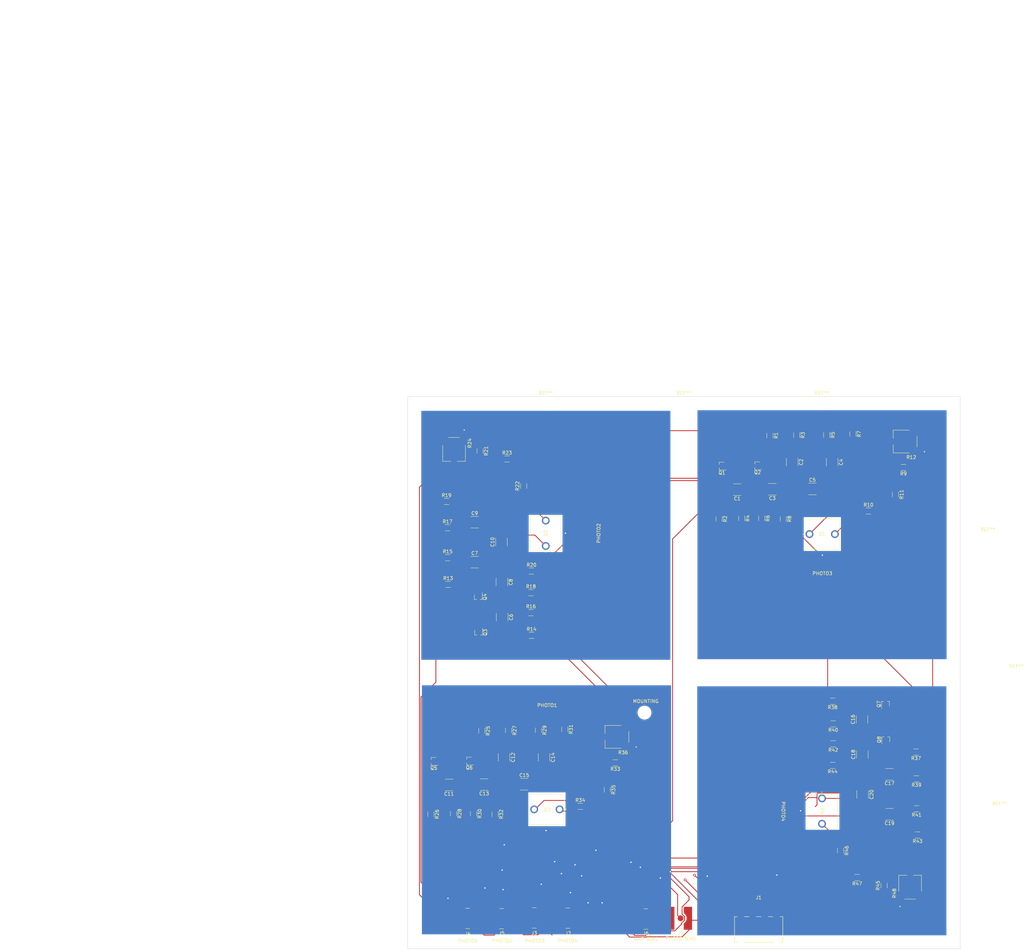
<source format=kicad_pcb>
(kicad_pcb (version 20211014) (generator pcbnew)
  (title_block (date "1/19/2023"))
  (layers (0 "F.Cu" signal) (1 "In1.Cu" signal) (2 "In2.Cu" signal) (31 "B.Cu" signal) (34 "B.Paste" user) (35 "F.Paste" user) (36 "B.SilkS" user "B.Silkscreen") (37 "F.SilkS" user "F.Silkscreen") (38 "B.Mask" user) (39 "F.Mask" user) (44 "Edge.Cuts" user))
  (net 0 "")
  (net 1 "Net-(C1-Pad1)")
  (net 2 "Net-(C2-Pad1)")
  (net 3 "/vuv sipm1/SIGNAL")
  (net 4 "Net-(C5-Pad1)")
  (net 5 "Net-(C6-Pad1)")
  (net 6 "Net-(C7-Pad1)")
  (net 7 "Net-(D1-Pad2)")
  (net 8 "Net-(D2-Pad2)")
  (net 9 "Net-(D3-Pad2)")
  (net 10 "Net-(D4-Pad2)")
  (net 11 "/vuv sipm2/SIGNAL")
  (net 12 "Net-(R11-Pad1)")
  (net 13 "Net-(C8-Pad2)")
  (net 14 "Net-(C10-Pad1)")
  (net 15 "Net-(C10-Pad2)")
  (net 16 "Net-(C3-Pad2)")
  (net 17 "Net-(C5-Pad2)")
  (net 18 "Net-(C11-Pad1)")
  (net 23 "/vuv sipm3/SIGNAL")
  (net 24 "Net-(C12-Pad1)")
  (net 25 "Net-(C13-Pad2)")
  (net 26 "Net-(C15-Pad1)")
  (net 27 "copper1")
  (net 28 "Net-(C15-Pad2)")
  (net 29 "copper2")
  (net 30 "/vuv sipm/SIGNAL")
  (net 31 "Net-(C17-Pad1)")
  (net 32 "Net-(C20-Pad1)")
  (net 33 "Net-(C20-Pad2)")
  (net 34 "Net-(R21-Pad1)")
  (net 35 "Net-(R33-Pad1)")
  (net 36 "Net-(R45-Pad1)")
  (net 37 "AMP_GND")
  (net 38 "AMP_BIAS")
  (net 39 "BIAS")
  (net 40 "GND")
  (net 41 "Net-(C3-Pad1)")
  (net 42 "Net-(C8-Pad1)")
  (net 43 "Net-(C13-Pad1)")
  (net 44 "Net-(C18-Pad1)")
  (net 45 "copper4")
  (net 46 "copper3")
  (net 47 "unconnected-(J1-PadS2)")
  (net 48 "Net-(R38-Pad1)")
  (net 49 "Net-(Q8-Pad2)")
  (net 50 "Net-(Q6-Pad2)")
  (net 51 "Net-(Q4-Pad2)")
  (net 52 "Net-(Q2-Pad2)")
  (footprint "Resistor_SMD:R_1206_3216Metric" (layer "F.Cu") (at 154.4828 143.4592 90)
    (fp_text reference "R22")
    (fp_text value "R_US")
  )
  (footprint "MountingHole:MountingHole_2.1mm" (layer "F.Cu") (at 281.1526 157.7678)
    (fp_text reference "REF**")
    (fp_text value "MountingHole_2.1mm")
  )
  (footprint "Resistor_SMD:R_1206_3216Metric" (layer "F.Cu") (at 179.16995 233.1319 -90)
    (fp_text reference "R35")
    (fp_text value "R_US")
  )
  (footprint "MountingHole:MountingHole_2.1mm" (layer "F.Cu") (at 161.0108 119.2268)
    (fp_text reference "REF**")
    (fp_text value "MountingHole_2.1mm")
  )
  (footprint "Connector:LINX_CONMCX002-SMD" (layer "F.Cu") (at 147.9806 271.1818 180)
    (fp_text reference "J5")
    (fp_text value "PHOTO2")
  )
  (footprint "Resistor_SMD:R_1206_3216Metric" (layer "F.Cu") (at 139.69835 240.1824 -90)
    (fp_text reference "R30")
    (fp_text value "R_US")
  )
  (footprint "Package_TO_SOT_SMD:SOT-323_SC-70" (layer "F.Cu") (at 223.4278 137.4902 180)
    (fp_text reference "Q2")
    (fp_text value "2N3904")
  )
  (footprint "Resistor_SMD:R_1206_3216Metric" (layer "F.Cu") (at 231.0892 153.1874 -90)
    (fp_text reference "R8")
    (fp_text value "R_US")
  )
  (footprint "Resistor_SMD:R_1206_3216Metric" (layer "F.Cu") (at 245.8212 213.6648 180)
    (fp_text reference "R40")
    (fp_text value "R_US")
  )
  (footprint "Connector_Pin:CONN4_2383942-4_TEC" (layer "F.Cu") (at 223.8248 274.3454)
    (fp_text reference "J1")
    (fp_text value "430450419")
  )
  (footprint "Capacitor_SMD:C_1812_4532Metric" (layer "F.Cu") (at 254.4064 222.7072 90)
    (fp_text reference "C18")
    (fp_text value "C")
  )
  (footprint "Resistor_SMD:R_1206_3216Metric" (layer "F.Cu") (at 227.1522 128.5748 -90)
    (fp_text reference "R1")
    (fp_text value "R_US")
  )
  (footprint "Resistor_SMD:R_1206_3216Metric" (layer "F.Cu") (at 260.8326 261.3914 90)
    (fp_text reference "R45")
    (fp_text value "R_US")
  )
  (footprint "Resistor_SMD:R_1206_3216Metric" (layer "F.Cu") (at 149.5913 135.4836)
    (fp_text reference "R23")
    (fp_text value "R_US")
  )
  (footprint "Capacitor_SMD:C_1812_4532Metric" (layer "F.Cu") (at 140.0302 154.1526)
    (fp_text reference "C9")
    (fp_text value "C")
  )
  (footprint "Package_TO_SOT_SMD:SOT-323_SC-70" (layer "F.Cu") (at 141.1224 176.2412 -90)
    (fp_text reference "Q4")
    (fp_text value "2N3904")
  )
  (footprint "Resistor_SMD:R_1206_3216Metric" (layer "F.Cu") (at 181.53215 225.171 180)
    (fp_text reference "R33")
    (fp_text value "R_US")
  )
  (footprint "Resistor_SMD:R_1206_3216Metric" (layer "F.Cu") (at 156.6418 180.848)
    (fp_text reference "R16")
    (fp_text value "R_US")
  )
  (footprint "OptoDevice:S13370-6075CN" (layer "F.Cu") (at 161.0106 157.4146 90)
    (fp_text reference "D2")
    (fp_text value "PHOTO2")
  )
  (footprint "Resistor_SMD:R_1206_3216Metric" (layer "F.Cu") (at 132.207 172.5168)
    (fp_text reference "R13")
    (fp_text value "R_US")
  )
  (footprint "OptoDevice:S13370-6075CN" (layer "F.Cu") (at 242.5192 239.4204 -90)
    (fp_text reference "D4")
    (fp_text value "PHOTO4")
  )
  (footprint "Package_TO_SOT_SMD:SOT-323_SC-70" (layer "F.Cu") (at 127.92215 224.7646 180)
    (fp_text reference "Q5")
    (fp_text value "2N3904")
  )
  (footprint "Resistor_SMD:R_1206_3216Metric" (layer "F.Cu") (at 245.6434 225.933 180)
    (fp_text reference "R44")
    (fp_text value "R_US")
  )
  (footprint "Capacitor_SMD:C_1812_4532Metric" (layer "F.Cu") (at 140.0302 165.9382)
    (fp_text reference "C7")
    (fp_text value "C")
  )
  (footprint "Resistor_SMD:R_1206_3216Metric" (layer "F.Cu") (at 166.62235 215.2904 -90)
    (fp_text reference "R31")
    (fp_text value "R_US")
  )
  (footprint "Capacitor_SMD:C_1812_4532Metric" (layer "F.Cu") (at 262.4328 240.3602 180)
    (fp_text reference "C19")
    (fp_text value "C")
  )
  (footprint "Resistor_SMD:R_1206_3216Metric" (layer "F.Cu") (at 127.12535 240.3602 -90)
    (fp_text reference "R26")
    (fp_text value "R_US")
  )
  (footprint "Resistor_SMD:R_1206_3216Metric" (layer "F.Cu") (at 224.7138 153.0096 -90)
    (fp_text reference "R6")
    (fp_text value "R_US")
  )
  (footprint "Capacitor_SMD:C_1812_4532Metric" (layer "F.Cu") (at 132.48475 231.6988 180)
    (fp_text reference "C11")
    (fp_text value "C")
  )
  (footprint "3361P-1-104GLF:TRIM_3361P-1-104GLF" (layer "F.Cu") (at 133.9596 132.6453 -90)
    (fp_text reference "R24")
    (fp_text value "R_Variable_US")
  )
  (footprint "Resistor_SMD:R_1206_3216Metric" (layer "F.Cu") (at 245.6434 206.9846 180)
    (fp_text reference "R38")
    (fp_text value "R_US")
  )
  (footprint "Connector:LINX_CONMCX002-SMD" (layer "F.Cu") (at 157.6072 270.9532 180)
    (fp_text reference "J3")
    (fp_text value "PHOTO3")
  )
  (footprint "OptoDevice:S13370-6075CN" (layer "F.Cu") (at 242.57 157.6578)
    (fp_text reference "D1")
    (fp_text value "PHOTO3")
  )
  (footprint "Capacitor_SMD:C_1812_4532Metric" (layer "F.Cu") (at 147.955 159.9946 90)
    (fp_text reference "C10")
    (fp_text value "C")
  )
  (footprint "3361P-1-104GLF:TRIM_3361P-1-104GLF" (layer "F.Cu") (at 268.5034 261.8675 90)
    (fp_text reference "R48")
    (fp_text value "R_Variable_US")
  )
  (footprint "Package_TO_SOT_SMD:SOT-323_SC-70" (layer "F.Cu") (at 261.239 207.7814 90)
    (fp_text reference "Q7")
    (fp_text value "2N3904")
  )
  (footprint "Resistor_SMD:R_1206_3216Metric" (layer "F.Cu") (at 218.821 153.0096 -90)
    (fp_text reference "R4")
    (fp_text value "R_US")
  )
  (footprint "Resistor_SMD:R_1206_3216Metric" (layer "F.Cu") (at 146.07375 240.3602 -90)
    (fp_text reference "R32")
    (fp_text value "R_US")
  )
  (footprint "Resistor_SMD:R_1206_3216Metric" (layer "F.Cu") (at 156.8196 168.5798)
    (fp_text reference "R20")
    (fp_text value "R_US")
  )
  (footprint "Resistor_SMD:R_1206_3216Metric" (layer "F.Cu") (at 158.87535 215.5698 -90)
    (fp_text reference "R29")
    (fp_text value "R_US")
  )
  (footprint "Connector:LINX_CONMCX002-SMD" (layer "F.Cu") (at 190.551 271.2834 180)
    (fp_text reference "J6")
    (fp_text value "AMP BIAS")
  )
  (footprint "Resistor_SMD:R_1206_3216Metric" (layer "F.Cu") (at 212.1408 153.1874 -90)
    (fp_text reference "R2")
    (fp_text value "R_US")
  )
  (footprint "Resistor_SMD:R_1206_3216Metric" (layer "F.Cu") (at 235.0516 128.4478 -90)
    (fp_text reference "R3")
    (fp_text value "R_US")
  )
  (footprint "3361P-1-104GLF:TRIM_3361P-1-104GLF" (layer "F.Cu") (at 267.0237 130.3274 180)
    (fp_text reference "R12")
    (fp_text value "R_Variable_US")
  )
  (footprint "Resistor_SMD:R_1206_3216Metric" (layer "F.Cu") (at 156.6418 174.9552)
    (fp_text reference "R18")
    (fp_text value "R_US")
  )
  (footprint "Connector:LINX_CONMCX002-SMD" (layer "F.Cu") (at 167.5386 271.0294 180)
    (fp_text reference "J2")
    (fp_text value "PHOTO4")
  )
  (footprint "Resistor_SMD:R_1206_3216Metric" (layer "F.Cu") (at 270.4338 238.7346 180)
    (fp_text reference "R41")
    (fp_text value "R_US")
  )
  (footprint "Resistor_SMD:R_1206_3216Metric" (layer "F.Cu") (at 133.80555 240.1824 -90)
    (fp_text reference "R28")
    (fp_text value "R_US")
  )
  (footprint "Resistor_SMD:R_1206_3216Metric" (layer "F.Cu") (at 141.6304 133.1214 -90)
    (fp_text reference "R21")
    (fp_text value "R_US")
  )
  (footprint "Resistor_SMD:R_1206_3216Metric" (layer "F.Cu") (at 171.19435 238.0234)
    (fp_text reference "R34")
    (fp_text value "R_US")
  )
  (footprint "Resistor_SMD:R_1206_3216Metric" (layer "F.Cu") (at 131.7498 148.0312)
    (fp_text reference "R19")
    (fp_text value "R_US")
  )
  (footprint "Resistor_SMD:R_1206_3216Metric" (layer "F.Cu") (at 251.6378 128.1176 -90)
    (fp_text reference "R7")
    (fp_text value "R_US")
  )
  (footprint "Resistor_SMD:R_1206_3216Metric" (layer "F.Cu") (at 243.8908 128.397 -90)
    (fp_text reference "R5")
    (fp_text value "R_US")
  )
  (footprint "Capacitor_SMD:C_1812_4532Metric" (layer "F.Cu") (at 217.5002 144.526 180)
    (fp_text reference "C1")
    (fp_text value "C")
  )
  (footprint "Capacitor_SMD:C_1812_4532Metric" (layer "F.Cu") (at 142.84795 231.5972 180)
    (fp_text reference "C13")
    (fp_text value "C")
  )
  (footprint "Connector:LINX_CONMCX002-SMD" (layer "F.Cu") (at 200.7872 271.0548 180)
    (fp_text reference "J7")
    (fp_text value "PHOTO BIAS")
  )
  (footprint "Resistor_SMD:R_1206_3216Metric" (layer "F.Cu") (at 132.0292 155.7782)
    (fp_text reference "R17")
    (fp_text value "R_US")
  )
  (footprint "Resistor_SMD:R_1206_3216Metric" (layer "F.Cu") (at 252.8717 259.0292 180)
    (fp_text reference "R47")
    (fp_text value "R_US")
  )
  (footprint "Resistor_SMD:R_1206_3216Metric" (layer "F.Cu") (at 150.03615 215.6206 -90)
    (fp_text reference "R27")
    (fp_text value "R_US")
  )
  (footprint "MountingHole:MountingHole_2.1mm" (layer "F.Cu") (at 201.7608 119.2268)
    (fp_text reference "REF**")
    (fp_text value "MountingHole_2.1mm")
  )
  (footprint "Capacitor_SMD:C_1812_4532Metric" (layer "F.Cu") (at 245.5164 136.398 -90)
    (fp_text reference "C4")
    (fp_text value "C")
  )
  (footprint "MountingHole:MountingHole_2.1mm" (layer "F.Cu") (at 281.1272 239.3694)
    (fp_text reference "REF**")
    (fp_text value "MountingHole_2.1mm")
  )
  (footprint "Package_TO_SOT_SMD:SOT-323_SC-70" (layer "F.Cu") (at 212.9376 137.5918 180)
    (fp_text reference "Q1")
    (fp_text value "2N3904")
  )
  (footprint "Resistor_SMD:R_1206_3216Metric" (layer "F.Cu") (at 247.9802 251.0536 -90)
    (fp_text reference "R46")
    (fp_text value "R_US")
  )
  (footprint "Capacitor_SMD:C_1812_4532Metric" (layer "F.Cu") (at 154.65895 231.4956)
    (fp_text reference "C15")
    (fp_text value "C")
  )
  (footprint "Resistor_SMD:R_1206_3216Metric" (layer "F.Cu") (at 264.1854 145.9591 -90)
    (fp_text reference "R11")
    (fp_text value "R_US")
  )
  (footprint "Resistor_SMD:R_1206_3216Metric" (layer "F.Cu") (at 270.7132 246.4816 180)
    (fp_text reference "R43")
    (fp_text value "R_US")
  )
  (footprint "Capacitor_SMD:C_1812_4532Metric" (layer "F.Cu") (at 148.1582 182.1688 -90)
    (fp_text reference "C6")
    (fp_text value "C")
  )
  (footprint "Capacitor_SMD:C_1812_4532Metric" (layer "F.Cu") (at 148.71535 223.5708 -90)
    (fp_text reference "C12")
    (fp_text value "C")
  )
  (footprint "Package_TO_SOT_SMD:SOT-323_SC-70" (layer "F.Cu") (at 261.3406 218.2716 90)
    (fp_text reference "Q8")
    (fp_text value "2N3904")
  )
  (footprint "Capacitor_SMD:C_1812_4532Metric" (layer "F.Cu") (at 227.8634 144.4244 180)
    (fp_text reference "C3")
    (fp_text value "C")
  )
  (footprint "Resistor_SMD:R_1206_3216Metric" (layer "F.Cu") (at 266.5476 137.9982 180)
    (fp_text reference "R9")
    (fp_text value "R_US")
  )
  (footprint "3361P-1-104GLF:TRIM_3361P-1-104GLF" (layer "F.Cu") (at 182.00825 217.5002 180)
    (fp_text reference "R36")
    (fp_text value "R_Variable_US")
  )
  (footprint "Capacitor_SMD:C_1812_4532Metric" (layer "F.Cu") (at 233.7308 136.398 -90)
    (fp_text reference "C2")
    (fp_text value "C")
  )
  (footprint "Resistor_SMD:R_1206_3216Metric" (layer "F.Cu") (at 245.8212 219.5576 180)
    (fp_text reference "R42")
    (fp_text value "R_US")
  )
  (footprint "Capacitor_SMD:C_1812_4532Metric" (layer "F.Cu") (at 254.508 234.5182 -90)
    (fp_text reference "C20")
    (fp_text value "C")
  )
  (footprint "Package_TO_SOT_SMD:SOT-323_SC-70" (layer "F.Cu") (at 138.41235 224.663 180)
    (fp_text reference "Q6")
    (fp_text value "2N3904")
  )
  (footprint "MountingHole:MountingHole_2.1mm" (layer "F.Cu") (at 190.1408 210.3628)
    (fp_text reference "MOUNTING")
    (fp_text value "MountingHole_2.1mm")
  )
  (footprint "Capacitor_SMD:C_1812_4532Metric" (layer "F.Cu") (at 262.4328 228.5746 180)
    (fp_text reference "C17")
    (fp_text value "C")
  )
  (footprint "Resistor_SMD:R_1206_3216Metric" (layer "F.Cu") (at 132.08 164.6174)
    (fp_text reference "R15")
    (fp_text value "R_US")
  )
  (footprint "Capacitor_SMD:C_1812_4532Metric" (layer "F.Cu") (at 148.0566 171.8056 -90)
    (fp_text reference "C8")
    (fp_text value "C")
  )
  (footprint "Capacitor_SMD:C_1812_4532Metric" (layer "F.Cu") (at 239.6744 144.3228)
    (fp_text reference "C5")
    (fp_text value "C")
  )
  (footprint "Resistor_SMD:R_1206_3216Metric" (layer "F.Cu") (at 270.383 229.8954 180)
    (fp_text reference "R39")
    (fp_text value "R_US")
  )
  (footprint "Resistor_SMD:R_1206_3216Metric" (layer "F.Cu") (at 142.13675 215.7476 -90)
    (fp_text reference "R25")
    (fp_text value "R_US")
  )
  (footprint "Connector:LINX_CONMCX002-SMD" (layer "F.Cu") (at 137.9476 271.1056 180)
    (fp_text reference "J4")
    (fp_text value "PHOTO1")
  )
  (footprint "MountingHole:MountingHole_2.1mm" (layer "F.Cu") (at 242.5108 119.2268)
    (fp_text reference "REF**")
    (fp_text value "MountingHole_2.1mm")
  )
  (footprint "Capacitor_SMD:C_1812_4532Metric" (layer "F.Cu") (at 160.50095 223.5708 -90)
    (fp_text reference "C14")
    (fp_text value "C")
  )
  (footprint "Resistor_SMD:R_1206_3216Metric" (layer "F.Cu") (at 270.256 221.996 180)
    (fp_text reference "R37")
    (fp_text value "R_US")
  )
  (footprint "OptoDevice:S13370-6075CN" (layer "F.Cu") (at 161.3516 238.9124 180)
    (fp_text reference "D3")
    (fp_text value "PHOTO1")
  )
  (footprint "MountingHole:MountingHole_2.1mm" (layer "F.Cu") (at 281.1272 198.6194)
    (fp_text reference "REF**")
    (fp_text value "MountingHole_2.1mm")
  )
  (footprint "Package_TO_SOT_SMD:SOT-323_SC-70" (layer "F.Cu") (at 141.224 186.7314 -90)
    (fp_text reference "Q3")
    (fp_text value "2N3904")
  )
  (footprint "Resistor_SMD:R_1206_3216Metric" (layer "F.Cu") (at 156.8196 187.5282)
    (fp_text reference "R14")
    (fp_text value "R_US")
  )
  (footprint "Capacitor_SMD:C_1812_4532Metric" (layer "F.Cu") (at 254.3048 212.344 90)
    (fp_text reference "C16")
    (fp_text value "C")
  )
  (footprint "Resistor_SMD:R_1206_3216Metric" (layer "F.Cu") (at 256.2098 150.8506)
    (fp_text reference "R10")
    (fp_text value "R_US")
  )
  (gr_rect (start 120.269 117.0686) (end 283.269 280.0686) (layer "Edge.Cuts") (width 0.1) (fill none))
  (segment (start 219.5502 144.526) (end 219.5502 143.52662) (width 0.25) (layer "F.Cu") (net 1))
  (segment (start 216.754978 140.731398) (end 215.077198 140.731398) (width 0.25) (layer "F.Cu") (net 1))
  (segment (start 219.5502 144.526) (end 219.5502 145.11898) (width 0.25) (layer "F.Cu") (net 1))
  (segment (start 215.077198 140.731398) (end 211.9376 137.5918) (width 0.25) (layer "F.Cu") (net 1))
  (segment (start 212.1408 151.7249) (end 211.9376 151.5217) (width 0.25) (layer "F.Cu") (net 1))
  (segment (start 219.5502 143.52662) (end 216.754978 140.731398) (width 0.25) (layer "F.Cu") (net 1))
  (segment (start 219.5502 145.11898) (end 212.94428 151.7249) (width 0.25) (layer "F.Cu") (net 1))
  (segment (start 212.94428 151.7249) (end 212.1408 151.7249) (width 0.25) (layer "F.Cu") (net 1))
  (segment (start 233.7308 134.348) (end 231.4629 134.348) (width 0.25) (layer "F.Cu") (net 2))
  (segment (start 213.9376 136.9418) (end 213.9376 136.8872) (width 0.25) (layer "F.Cu") (net 2))
  (segment (start 220.7875 130.0373) (end 227.1522 130.0373) (width 0.25) (layer "F.Cu") (net 2))
  (segment (start 213.9376 136.8872) (end 220.7875 130.0373) (width 0.25) (layer "F.Cu") (net 2))
  (segment (start 231.4629 134.348) (end 227.1522 130.0373) (width 0.25) (layer "F.Cu") (net 2))
  (segment (start 157.6072 262.712) (end 157.9118 262.4074) (width 0.25) (layer "F.Cu") (net 3))
  (segment (start 157.6072 270.9532) (end 157.6072 262.712) (width 0.25) (layer "F.Cu") (net 3))
  (segment (start 213.0044 144.526) (end 198.4375 159.0929) (width 0.25) (layer "F.Cu") (net 3))
  (segment (start 198.4375 242.2525) (end 186.1439 254.5461) (width 0.25) (layer "F.Cu") (net 3))
  (segment (start 158.2928 262.4074) (end 159.6898 261.0104) (width 0.25) (layer "F.Cu") (net 3))
  (segment (start 198.4375 159.0929) (end 198.4375 242.2525) (width 0.25) (layer "F.Cu") (net 3))
  (segment (start 157.9118 262.4074) (end 158.2928 262.4074) (width 0.25) (layer "F.Cu") (net 3))
  (segment (start 215.4502 144.526) (end 213.0044 144.526) (width 0.25) (layer "F.Cu") (net 3))
  (via blind (at 186.1439 254.5461) (size 0.8) (drill 0.4) (layers "F.Cu" "In1.Cu") (net 3))
  (via blind (at 159.6898 261.0104) (size 0.8) (drill 0.4) (layers "F.Cu" "In1.Cu") (net 3))
  (segment (start 237.6244 145.1897) (end 231.0892 151.7249) (width 0.25) (layer "F.Cu") (net 4))
  (segment (start 224.4278 138.1402) (end 225.7606 139.473) (width 0.25) (layer "F.Cu") (net 4))
  (segment (start 225.1794 137.3886) (end 224.4278 138.1402) (width 0.25) (layer "F.Cu") (net 4))
  (segment (start 232.7746 139.473) (end 237.6244 144.3228) (width 0.25) (layer "F.Cu") (net 4))
  (segment (start 251.6378 129.5801) (end 251.6378 130.939773) (width 0.25) (layer "F.Cu") (net 4))
  (segment (start 225.7606 139.473) (end 232.7746 139.473) (width 0.25) (layer "F.Cu") (net 4))
  (segment (start 237.6244 144.3228) (end 237.6244 145.1897) (width 0.25) (layer "F.Cu") (net 4))
  (segment (start 251.6378 130.939773) (end 245.188973 137.3886) (width 0.25) (layer "F.Cu") (net 4))
  (segment (start 245.188973 137.3886) (end 225.1794 137.3886) (width 0.25) (layer "F.Cu") (net 4))
  (segment (start 155.1539 187.7314) (end 141.224 187.7314) (width 0.25) (layer "F.Cu") (net 5))
  (segment (start 144.0434 181.1274) (end 145.052 180.1188) (width 0.25) (layer "F.Cu") (net 5))
  (segment (start 155.3571 187.5282) (end 155.1539 187.7314) (width 0.25) (layer "F.Cu") (net 5))
  (segment (start 141.7066 187.7314) (end 144.0434 185.3946) (width 0.25) (layer "F.Cu") (net 5))
  (segment (start 145.052 180.1188) (end 148.1582 180.1188) (width 0.25) (layer "F.Cu") (net 5))
  (segment (start 144.0434 185.3946) (end 144.0434 181.1274) (width 0.25) (layer "F.Cu") (net 5))
  (segment (start 141.224 187.7314) (end 141.7066 187.7314) (width 0.25) (layer "F.Cu") (net 5))
  (segment (start 137.9802 165.9382) (end 137.9802 168.2061) (width 0.25) (layer "F.Cu") (net 6))
  (segment (start 137.9802 168.2061) (end 133.6695 172.5168) (width 0.25) (layer "F.Cu") (net 6))
  (segment (start 133.6695 178.8815) (end 133.6695 172.5168) (width 0.25) (layer "F.Cu") (net 6))
  (segment (start 140.5194 185.7314) (end 133.6695 178.8815) (width 0.25) (layer "F.Cu") (net 6))
  (segment (start 140.574 185.7314) (end 140.5194 185.7314) (width 0.25) (layer "F.Cu") (net 6))
  (segment (start 253.1272 150.8506) (end 246.32 157.6578) (width 0.25) (layer "F.Cu") (net 7))
  (segment (start 254.7473 150.8506) (end 253.1272 150.8506) (width 0.25) (layer "F.Cu") (net 7))
  (segment (start 154.4828 144.9217) (end 154.4828 147.1368) (width 0.25) (layer "F.Cu") (net 8))
  (segment (start 154.4828 147.1368) (end 161.0106 153.6646) (width 0.25) (layer "F.Cu") (net 8))
  (segment (start 157.3114 239.4712) (end 160.5118 236.2708) (width 0.25) (layer "F.Cu") (net 9))
  (segment (start 169.73185 237.93085) (end 169.73185 238.0234) (width 0.25) (layer "F.Cu") (net 9))
  (segment (start 168.0718 236.2708) (end 169.73185 237.93085) (width 0.25) (layer "F.Cu") (net 9))
  (segment (start 160.5118 236.2708) (end 168.0718 236.2708) (width 0.25) (layer "F.Cu") (net 9))
  (segment (start 247.9802 249.5911) (end 247.9802 247.971) (width 0.25) (layer "F.Cu") (net 10))
  (segment (start 247.9802 249.5911) (end 247.9802 248.6314) (width 0.25) (layer "F.Cu") (net 10))
  (segment (start 247.9802 248.6314) (end 242.5192 243.1704) (width 0.25) (layer "F.Cu") (net 10))
  (segment (start 192.315801 219.172751) (end 161.87125 188.7282) (width 0.25) (layer "F.Cu") (net 11))
  (segment (start 161.87125 188.7282) (end 158.491196 188.7282) (width 0.25) (layer "F.Cu") (net 11))
  (segment (start 157.3946 186.24831) (end 155.36509 184.2188) (width 0.25) (layer "F.Cu") (net 11))
  (segment (start 155.36509 184.2188) (end 148.1582 184.2188) (width 0.25) (layer "F.Cu") (net 11))
  (segment (start 169.6466 255.27) (end 173.202255 251.714345) (width 0.25) (layer "F.Cu") (net 11))
  (segment (start 157.754127 188.7509) (end 157.3946 188.391373) (width 0.25) (layer "F.Cu") (net 11))
  (segment (start 173.202255 251.637455) (end 192.315801 232.523909) (width 0.25) (layer "F.Cu") (net 11))
  (segment (start 147.9806 271.1818) (end 147.9806 263.0168) (width 0.25) (layer "F.Cu") (net 11))
  (segment (start 192.315801 232.523909) (end 192.315801 219.172751) (width 0.25) (layer "F.Cu") (net 11))
  (segment (start 158.468496 188.7509) (end 157.754127 188.7509) (width 0.25) (layer "F.Cu") (net 11))
  (segment (start 158.491196 188.7282) (end 158.468496 188.7509) (width 0.25) (layer "F.Cu") (net 11))
  (segment (start 147.9806 263.0168) (end 148.4122 262.5852) (width 0.25) (layer "F.Cu") (net 11))
  (segment (start 157.3946 188.391373) (end 157.3946 186.24831) (width 0.25) (layer "F.Cu") (net 11))
  (via blind (at 169.6466 255.27) (size 0.8) (drill 0.4) (layers "F.Cu" "In1.Cu") (net 11))
  (via blind (at 148.4122 262.5852) (size 0.8) (drill 0.4) (layers "F.Cu" "In1.Cu") (net 11))
  (segment (start 270.637 127.7874) (end 270.2237 127.7874) (width 0.25) (layer "F.Cu") (net 12))
  (segment (start 270.2237 127.7874) (end 274.6248 132.1885) (width 0.25) (layer "F.Cu") (net 12))
  (segment (start 274.6248 135.0264) (end 271.653 137.9982) (width 0.25) (layer "F.Cu") (net 12))
  (segment (start 274.6248 132.1885) (end 274.6248 135.0264) (width 0.25) (layer "F.Cu") (net 12))
  (segment (start 264.1854 144.4966) (end 264.1854 141.8229) (width 0.25) (layer "F.Cu") (net 12))
  (segment (start 264.1854 141.8229) (end 268.0101 137.9982) (width 0.25) (layer "F.Cu") (net 12))
  (segment (start 271.653 137.9982) (end 268.0101 137.9982) (width 0.25) (layer "F.Cu") (net 12))
  (segment (start 141.0424 186.563) (end 141.874 185.7314) (width 0.25) (layer "F.Cu") (net 13))
  (segment (start 133.5425 168.9969) (end 132.2832 170.2562) (width 0.25) (layer "F.Cu") (net 13))
  (segment (start 132.2832 179.197) (end 139.6492 186.563) (width 0.25) (layer "F.Cu") (net 13))
  (segment (start 139.6492 186.563) (end 141.0424 186.563) (width 0.25) (layer "F.Cu") (net 13))
  (segment (start 141.874 180.0382) (end 141.874 185.7314) (width 0.25) (layer "F.Cu") (net 13))
  (segment (start 148.0566 173.8556) (end 141.874 180.0382) (width 0.25) (layer "F.Cu") (net 13))
  (segment (start 133.5425 164.6174) (end 133.5425 168.9969) (width 0.25) (layer "F.Cu") (net 13))
  (segment (start 132.2832 170.2562) (end 132.2832 179.197) (width 0.25) (layer "F.Cu") (net 13))
  (segment (start 155.049 180.848) (end 148.0566 173.8556) (width 0.25) (layer "F.Cu") (net 13))
  (segment (start 155.1793 180.848) (end 155.049 180.848) (width 0.25) (layer "F.Cu") (net 13))
  (segment (start 148.8219 162.0446) (end 155.3571 168.5798) (width 0.25) (layer "F.Cu") (net 14))
  (segment (start 141.0208 174.4896) (end 141.7724 175.2412) (width 0.25) (layer "F.Cu") (net 14))
  (segment (start 141.7724 175.2412) (end 143.1052 173.9084) (width 0.25) (layer "F.Cu") (net 14))
  (segment (start 133.2123 148.0312) (end 134.571973 148.0312) (width 0.25) (layer "F.Cu") (net 14))
  (segment (start 134.571973 148.0312) (end 141.0208 154.480027) (width 0.25) (layer "F.Cu") (net 14))
  (segment (start 143.1052 166.8944) (end 147.955 162.0446) (width 0.25) (layer "F.Cu") (net 14))
  (segment (start 147.955 162.0446) (end 148.8219 162.0446) (width 0.25) (layer "F.Cu") (net 14))
  (segment (start 141.0208 154.480027) (end 141.0208 174.4896) (width 0.25) (layer "F.Cu") (net 14))
  (segment (start 143.1052 173.9084) (end 143.1052 166.8944) (width 0.25) (layer "F.Cu") (net 14))
  (segment (start 157.7906 157.9446) (end 147.955 157.9446) (width 0.25) (layer "F.Cu") (net 15))
  (segment (start 147.955 157.9446) (end 145.9484 155.938) (width 0.25) (layer "F.Cu") (net 15))
  (segment (start 161.0106 161.1646) (end 157.7906 157.9446) (width 0.25) (layer "F.Cu") (net 15))
  (segment (start 145.9484 138.9019) (end 141.6304 134.5839) (width 0.25) (layer "F.Cu") (net 15))
  (segment (start 145.9484 155.938) (end 145.9484 138.9019) (width 0.25) (layer "F.Cu") (net 15))
  (segment (start 218.821 151.4168) (end 225.8134 144.4244) (width 0.25) (layer "F.Cu") (net 16))
  (segment (start 235.0516 129.9103) (end 230.6721 129.9103) (width 0.25) (layer "F.Cu") (net 16))
  (segment (start 229.4128 128.651) (end 220.472 128.651) (width 0.25) (layer "F.Cu") (net 16))
  (segment (start 213.106 136.017) (end 213.106 137.4102) (width 0.25) (layer "F.Cu") (net 16))
  (segment (start 218.821 151.5471) (end 218.821 151.4168) (width 0.25) (layer "F.Cu") (net 16))
  (segment (start 219.6308 138.2418) (end 213.9376 138.2418) (width 0.25) (layer "F.Cu") (net 16))
  (segment (start 220.472 128.651) (end 213.106 136.017) (width 0.25) (layer "F.Cu") (net 16))
  (segment (start 225.8134 144.4244) (end 219.6308 138.2418) (width 0.25) (layer "F.Cu") (net 16))
  (segment (start 213.106 137.4102) (end 213.9376 138.2418) (width 0.25) (layer "F.Cu") (net 16))
  (segment (start 230.6721 129.9103) (end 229.4128 128.651) (width 0.25) (layer "F.Cu") (net 16))
  (segment (start 243.731 142.3162) (end 260.7671 142.3162) (width 0.25) (layer "F.Cu") (net 17))
  (segment (start 260.7671 142.3162) (end 265.0851 137.9982) (width 0.25) (layer "F.Cu") (net 17))
  (segment (start 241.7244 144.3228) (end 243.731 142.3162) (width 0.25) (layer "F.Cu") (net 17))
  (segment (start 254.1616 142.3162) (end 238.82 157.6578) (width 0.25) (layer "F.Cu") (net 17))
  (segment (start 134.53475 231.6988) (end 133.85635 231.6988) (width 0.25) (layer "F.Cu") (net 18))
  (segment (start 127.12535 238.8977) (end 126.92215 238.6945) (width 0.25) (layer "F.Cu") (net 18))
  (segment (start 133.85635 231.6988) (end 126.92215 224.7646) (width 0.25) (layer "F.Cu") (net 18))
  (segment (start 126.92215 238.6945) (end 126.92215 224.7646) (width 0.25) (layer "F.Cu") (net 18))
  (segment (start 179.508 223.971) (end 180.6386 223.971) (width 0.25) (layer "F.Cu") (net 23))
  (segment (start 180.95715 224.28955) (end 180.95715 226.034173) (width 0.25) (layer "F.Cu") (net 23))
  (segment (start 137.9476 271.1056) (end 137.9476 267.233202) (width 0.25) (layer "F.Cu") (net 23))
  (segment (start 132.302399 239.936099) (end 146.573512 239.936099) (width 0.25) (layer "F.Cu") (net 23))
  (segment (start 130.43475 231.6988) (end 130.43475 238.06845) (width 0.25) (layer "F.Cu") (net 23))
  (segment (start 130.43475 238.06845) (end 131.45075 239.08445) (width 0.25) (layer "F.Cu") (net 23))
  (segment (start 130.43475 238.06845) (end 130.43475 238.4224) (width 0.25) (layer "F.Cu") (net 23))
  (segment (start 155.6004 231.217323) (end 155.6004 229.890977) (width 0.25) (layer "F.Cu") (net 23))
  (segment (start 180.95715 226.034173) (end 171.380923 235.6104) (width 0.25) (layer "F.Cu") (net 23))
  (segment (start 149.775006 243.137594) (end 150.066762 243.429349) (width 0.25) (layer "F.Cu") (net 23))
  (segment (start 137.9476 267.233202) (end 143.052802 262.128) (width 0.25) (layer "F.Cu") (net 23))
  (segment (start 147.032523 239.7852) (end 155.6004 231.217323) (width 0.25) (layer "F.Cu") (net 23))
  (segment (start 180.6386 223.971) (end 180.95715 224.28955) (width 0.25) (layer "F.Cu") (net 23))
  (segment (start 176.3014 227.1776) (end 179.508 223.971) (width 0.25) (layer "F.Cu") (net 23))
  (segment (start 158.313777 227.1776) (end 176.3014 227.1776) (width 0.25) (layer "F.Cu") (net 23))
  (segment (start 155.6004 229.890977) (end 158.313777 227.1776) (width 0.25) (layer "F.Cu") (net 23))
  (segment (start 148.1582 256.8194) (end 148.1582 256.8315) (width 0.25) (layer "F.Cu") (net 23))
  (segment (start 151.0284 253.9492) (end 148.1582 256.8194) (width 0.25) (layer "F.Cu") (net 23))
  (segment (start 132.1515 239.7852) (end 147.032523 239.7852) (width 0.25) (layer "F.Cu") (net 23))
  (segment (start 151.059401 244.421989) (end 151.059401 253.918199) (width 0.25) (layer "F.Cu") (net 23))
  (segment (start 151.059401 253.918199) (end 151.0284 253.9492) (width 0.25) (layer "F.Cu") (net 23))
  (segment (start 171.380923 235.6104) (end 171.0182 235.6104) (width 0.25) (layer "F.Cu") (net 23))
  (segment (start 151.0284 253.9492) (end 151.0284 254.1016) (width 0.25) (layer "F.Cu") (net 23))
  (segment (start 131.45075 239.08445) (end 132.1515 239.7852) (width 0.25) (layer "F.Cu") (net 23))
  (segment (start 131.45075 239.08445) (end 132.302399 239.936099) (width 0.25) (layer "F.Cu") (net 23))
  (segment (start 146.573512 239.936099) (end 149.775006 243.137594) (width 0.25) (layer "F.Cu") (net 23))
  (via blind (at 148.1582 256.8315) (size 0.8) (drill 0.4) (layers "F.Cu" "In1.Cu") (net 23))
  (via blind (at 143.052802 262.128) (size 0.8) (drill 0.4) (layers "F.Cu" "In1.Cu") (net 23))
  (segment (start 146.44745 221.5208) (end 142.13675 217.2101) (width 0.25) (layer "F.Cu") (net 24))
  (segment (start 128.92215 224.06) (end 135.77205 217.2101) (width 0.25) (layer "F.Cu") (net 24))
  (segment (start 135.77205 217.2101) (end 142.13675 217.2101) (width 0.25) (layer "F.Cu") (net 24))
  (segment (start 128.92215 224.1146) (end 128.92215 224.06) (width 0.25) (layer "F.Cu") (net 24))
  (segment (start 148.71535 221.5208) (end 146.44745 221.5208) (width 0.25) (layer "F.Cu") (net 24))
  (segment (start 144.279811 216.314901) (end 134.965449 216.314901) (width 0.25) (layer "F.Cu") (net 25))
  (segment (start 134.61535 225.4146) (end 128.92215 225.4146) (width 0.25) (layer "F.Cu") (net 25))
  (segment (start 140.79795 231.5972) (end 134.61535 225.4146) (width 0.25) (layer "F.Cu") (net 25))
  (segment (start 128.09055 224.583) (end 128.92215 225.4146) (width 0.25) (layer "F.Cu") (net 25))
  (segment (start 133.80555 238.7199) (end 133.80555 238.5896) (width 0.25) (layer "F.Cu") (net 25))
  (segment (start 128.09055 223.1898) (end 128.09055 224.583) (width 0.25) (layer "F.Cu") (net 25))
  (segment (start 134.965449 216.314901) (end 128.09055 223.1898) (width 0.25) (layer "F.Cu") (net 25))
  (segment (start 133.80555 238.5896) (end 140.79795 231.5972) (width 0.25) (layer "F.Cu") (net 25))
  (segment (start 145.04801 217.0831) (end 144.279811 216.314901) (width 0.25) (layer "F.Cu") (net 25))
  (segment (start 150.03615 217.0831) (end 145.04801 217.0831) (width 0.25) (layer "F.Cu") (net 25))
  (segment (start 141.269251 227.169901) (end 148.283251 227.169901) (width 0.25) (layer "F.Cu") (net 26))
  (segment (start 152.60895 232.3625) (end 146.07375 238.8977) (width 0.25) (layer "F.Cu") (net 26))
  (segment (start 166.62235 218.112573) (end 161.156424 223.578499) (width 0.25) (layer "F.Cu") (net 26))
  (segment (start 139.41235 225.313) (end 141.269251 227.169901) (width 0.25) (layer "F.Cu") (net 26))
  (segment (start 141.146851 223.578499) (end 139.41235 225.313) (width 0.25) (layer "F.Cu") (net 26))
  (segment (start 148.283251 227.169901) (end 152.60895 231.4956) (width 0.25) (layer "F.Cu") (net 26))
  (segment (start 166.62235 216.7529) (end 166.62235 218.112573) (width 0.25) (layer "F.Cu") (net 26))
  (segment (start 161.156424 223.578499) (end 141.146851 223.578499) (width 0.25) (layer "F.Cu") (net 26))
  (segment (start 152.60895 231.4956) (end 152.60895 232.3625) (width 0.25) (layer "F.Cu") (net 26))
  (segment (start 218.5748 269.40002) (end 218.5748 268.80584) (width 0.25) (layer "F.Cu") (net 27))
  (segment (start 209.43062 267.01242) (end 202.1332 259.715) (width 0.25) (layer "F.Cu") (net 27))
  (segment (start 216.78138 267.01242) (end 209.43062 267.01242) (width 0.25) (layer "F.Cu") (net 27))
  (segment (start 218.5748 268.80584) (end 216.78138 267.01242) (width 0.25) (layer "F.Cu") (net 27))
  (via blind (at 202.1332 259.715) (size 0.8) (drill 0.4) (layers "F.Cu" "In1.Cu") (net 27))
  (via blind (at 161.0868 245.1608) (size 0.8) (drill 0.4) (layers "In1.Cu" "B.Cu") (net 27))
  (segment (start 170.543299 235.771189) (end 170.543299 234.697351) (width 0.25) (layer "F.Cu") (net 28))
  (segment (start 170.619499 235.847389) (end 170.543299 235.771189) (width 0.25) (layer "F.Cu") (net 28))
  (segment (start 175.75165 229.489) (end 175.988425 229.252225) (width 0.25) (layer "F.Cu") (net 28))
  (segment (start 170.619499 238.886424) (end 170.619499 235.847389) (width 0.25) (layer "F.Cu") (net 28))
  (segment (start 170.543299 234.697351) (end 175.988425 229.252225) (width 0.25) (layer "F.Cu") (net 28))
  (segment (start 170.034723 239.4712) (end 170.619499 238.886424) (width 0.25) (layer "F.Cu") (net 28))
  (segment (start 175.988425 229.252225) (end 180.06965 225.171) (width 0.25) (layer "F.Cu") (net 28))
  (segment (start 164.8114 239.4712) (end 170.034723 239.4712) (width 0.25) (layer "F.Cu") (net 28))
  (segment (start 156.70895 231.4956) (end 158.71555 229.489) (width 0.25) (layer "F.Cu") (net 28))
  (segment (start 158.71555 229.489) (end 175.75165 229.489) (width 0.25) (layer "F.Cu") (net 28))
  (segment (start 222.074801 269.40002) (end 222.074801 267.08862) (width 0.25) (layer "F.Cu") (net 29))
  (segment (start 218.079381 263.0932) (end 208.4832 263.0932) (width 0.25) (layer "F.Cu") (net 29))
  (segment (start 206.4639 259.9055) (end 204.8764 258.318) (width 0.25) (layer "F.Cu") (net 29))
  (segment (start 222.074801 267.08862) (end 218.079381 263.0932) (width 0.25) (layer "F.Cu") (net 29))
  (segment (start 206.4639 261.0739) (end 206.4639 259.9055) (width 0.25) (layer "F.Cu") (net 29))
  (segment (start 208.4832 263.0932) (end 206.4639 261.0739) (width 0.25) (layer "F.Cu") (net 29))
  (via blind (at 204.8764 258.318) (size 0.8) (drill 0.4) (layers "F.Cu" "In1.Cu") (net 29))
  (via blind (at 166.8272 157.4038) (size 0.8) (drill 0.4) (layers "In1.Cu" "B.Cu") (net 29))
  (segment (start 172.6692 157.4546) (end 172.6184 157.4038) (width 0.25) (layer "B.Cu") (net 29))
  (segment (start 167.5386 271.0294) (end 167.5386 264.6932) (width 0.25) (layer "F.Cu") (net 30))
  (segment (start 168.3004 263.4742) (end 168.3004 263.9314) (width 0.25) (layer "F.Cu") (net 30))
  (segment (start 168.3004 263.9314) (end 167.5386 264.6932) (width 0.25) (layer "F.Cu") (net 30))
  (segment (start 231.7496 241.2492) (end 219.71 253.2888) (width 0.25) (layer "F.Cu") (net 30))
  (segment (start 219.71 253.2888) (end 191.643 253.2888) (width 0.25) (layer "F.Cu") (net 30))
  (segment (start 191.643 253.2888) (end 188.9252 256.0066) (width 0.25) (layer "F.Cu") (net 30))
  (segment (start 248.017139 210.294) (end 245.695701 212.615438) (width 0.25) (layer "F.Cu") (net 30))
  (segment (start 254.3048 210.294) (end 248.017139 210.294) (width 0.25) (layer "F.Cu") (net 30))
  (segment (start 245.559501 227.439299) (end 231.7496 241.2492) (width 0.25) (layer "F.Cu") (net 30))
  (segment (start 245.695701 212.615438) (end 245.695701 226.804562) (width 0.25) (layer "F.Cu") (net 30))
  (segment (start 245.559501 226.940762) (end 245.559501 227.439299) (width 0.25) (layer "F.Cu") (net 30))
  (segment (start 245.695701 226.804562) (end 245.559501 226.940762) (width 0.25) (layer "F.Cu") (net 30))
  (via blind (at 168.3004 263.4742) (size 0.8) (drill 0.4) (layers "F.Cu" "In1.Cu") (net 30))
  (via blind (at 188.9252 256.0066) (size 0.8) (drill 0.4) (layers "F.Cu" "In1.Cu") (net 30))
  (segment (start 264.4828 226.3067) (end 268.7935 221.996) (width 0.25) (layer "F.Cu") (net 31))
  (segment (start 261.889 208.7814) (end 261.9436 208.7814) (width 0.25) (layer "F.Cu") (net 31))
  (segment (start 261.9436 208.7814) (end 268.7935 215.6313) (width 0.25) (layer "F.Cu") (net 31))
  (segment (start 264.4828 228.5746) (end 264.4828 226.3067) (width 0.25) (layer "F.Cu") (net 31))
  (segment (start 268.7935 215.6313) (end 268.7935 221.996) (width 0.25) (layer "F.Cu") (net 31))
  (segment (start 259.3578 220.6044) (end 259.3578 227.6184) (width 0.25) (layer "F.Cu") (net 32))
  (segment (start 261.4422 220.0232) (end 260.6906 219.2716) (width 0.25) (layer "F.Cu") (net 32))
  (segment (start 253.6411 232.4682) (end 247.1059 225.933) (width 0.25) (layer "F.Cu") (net 32))
  (segment (start 259.3578 227.6184) (end 254.508 232.4682) (width 0.25) (layer "F.Cu") (net 32))
  (segment (start 267.891027 246.4816) (end 261.4422 240.032773) (width 0.25) (layer "F.Cu") (net 32))
  (segment (start 260.6906 219.2716) (end 259.3578 220.6044) (width 0.25) (layer "F.Cu") (net 32))
  (segment (start 261.4422 240.032773) (end 261.4422 220.0232) (width 0.25) (layer "F.Cu") (net 32))
  (segment (start 254.508 232.4682) (end 253.6411 232.4682) (width 0.25) (layer "F.Cu") (net 32))
  (segment (start 269.2507 246.4816) (end 267.891027 246.4816) (width 0.25) (layer "F.Cu") (net 32))
  (segment (start 254.508 236.5682) (end 253.6102 235.6704) (width 0.25) (layer "F.Cu") (net 33))
  (segment (start 254.508 236.5682) (end 258.691301 240.751501) (width 0.25) (layer "F.Cu") (net 33))
  (segment (start 258.691301 240.751501) (end 258.691301 257.787601) (width 0.25) (layer "F.Cu") (net 33))
  (segment (start 258.691301 257.787601) (end 260.8326 259.9289) (width 0.25) (layer "F.Cu") (net 33))
  (segment (start 253.6102 235.6704) (end 242.5192 235.6704) (width 0.25) (layer "F.Cu") (net 33))
  (segment (start 135.8207 125.0442) (end 138.6586 125.0442) (width 0.25) (layer "F.Cu") (net 34))
  (segment (start 148.1288 135.4836) (end 144.3041 131.6589) (width 0.25) (layer "F.Cu") (net 34))
  (segment (start 141.6304 128.016) (end 141.6304 131.6589) (width 0.25) (layer "F.Cu") (net 34))
  (segment (start 131.4196 129.032) (end 131.4196 129.4453) (width 0.25) (layer "F.Cu") (net 34))
  (segment (start 131.4196 129.4453) (end 135.8207 125.0442) (width 0.25) (layer "F.Cu") (net 34))
  (segment (start 138.6586 125.0442) (end 141.6304 128.016) (width 0.25) (layer "F.Cu") (net 34))
  (segment (start 144.3041 131.6589) (end 141.6304 131.6589) (width 0.25) (layer "F.Cu") (net 34))
  (segment (start 179.16995 231.6694) (end 182.99465 227.8447) (width 0.25) (layer "F.Cu") (net 35))
  (segment (start 185.20825 214.9602) (end 189.60935 219.3613) (width 0.25) (layer "F.Cu") (net 35))
  (segment (start 189.60935 219.3613) (end 189.60935 222.1992) (width 0.25) (layer "F.Cu") (net 35))
  (segment (start 185.62155 214.9602) (end 185.20825 214.9602) (width 0.25) (layer "F.Cu") (net 35))
  (segment (start 186.63755 225.171) (end 182.99465 225.171) (width 0.25) (layer "F.Cu") (net 35))
  (segment (start 182.99465 227.8447) (end 182.99465 225.171) (width 0.25) (layer "F.Cu") (net 35))
  (segment (start 189.60935 222.1992) (end 186.63755 225.171) (width 0.25) (layer "F.Cu") (net 35))
  (segment (start 271.0434 265.0675) (end 266.6423 269.4686) (width 0.25) (layer "F.Cu") (net 36))
  (segment (start 266.6423 269.4686) (end 263.8044 269.4686) (width 0.25) (layer "F.Cu") (net 36))
  (segment (start 260.8326 266.4968) (end 260.8326 262.8539) (width 0.25) (layer "F.Cu") (net 36))
  (segment (start 258.1589 262.8539) (end 260.8326 262.8539) (width 0.25) (layer "F.Cu") (net 36))
  (segment (start 271.0434 265.4808) (end 271.0434 265.0675) (width 0.25) (layer "F.Cu") (net 36))
  (segment (start 263.8044 269.4686) (end 260.8326 266.4968) (width 0.25) (layer "F.Cu") (net 36))
  (segment (start 254.3342 259.0292) (end 258.1589 262.8539) (width 0.25) (layer "F.Cu") (net 36))
  (segment (start 173.5074 266.4968) (end 173.5074 267.6606) (width 0.25) (layer "F.Cu") (net 37))
  (segment (start 160.2072 274.4122) (end 160.2072 270.9532) (width 0.25) (layer "F.Cu") (net 37))
  (segment (start 130.6175 172.3898) (end 130.7445 172.5168) (width 0.25) (layer "F.Cu") (net 37))
  (segment (start 160.2072 270.9532) (end 160.2072 273.3134) (width 0.25) (layer "F.Cu") (net 37))
  (segment (start 125.467611 240.657301) (end 125.178899 240.368589) (width 0.25) (layer "F.Cu") (net 37))
  (segment (start 125.178899 240.368589) (end 125.178899 222.673411) (width 0.25) (layer "F.Cu") (net 37))
  (segment (start 196.30131 274.6756) (end 196.302017 274.6756) (width 0.25) (layer "F.Cu") (net 37))
  (segment (start 140.428901 259.910501) (end 147.921901 259.910501) (width 0.25) (layer "F.Cu") (net 37))
  (segment (start 201.9772 270.561885) (end 201.2442 269.828885) (width 0.25) (layer "F.Cu") (net 37))
  (segment (start 169.994501 222.486989) (end 169.994501 216.907611) (width 0.25) (layer "F.Cu") (net 37))
  (segment (start 140.419589 134.002701) (end 140.724389 133.697901) (width 0.25) (layer "F.Cu") (net 37))
  (segment (start 241.0512 237.5864) (end 240.5126 238.125) (width 0.25) (layer "F.Cu") (net 37))
  (segment (start 201.9772 271.6058) (end 201.9772 270.561885) (width 0.25) (layer "F.Cu") (net 37))
  (segment (start 272.1757 246.4816) (end 272.1757 239.014) (width 0.25) (layer "F.Cu") (net 37))
  (segment (start 271.8455 229.8954) (end 271.8455 222.123) (width 0.25) (layer "F.Cu") (net 37))
  (segment (start 201.0156 272.5674) (end 201.9772 271.6058) (width 0.25) (layer "F.Cu") (net 37))
  (segment (start 160.2072 273.3134) (end 162.4584 275.5646) (width 0.25) (layer "F.Cu") (net 37))
  (segment (start 260.3828 240.3602) (end 260.3828 248.4448) (width 0.25) (layer "F.Cu") (net 37))
  (segment (start 260.3828 240.3602) (end 260.3828 238.6912) (width 0.25) (layer "F.Cu") (net 37))
  (segment (start 219.5683 127.1123) (end 173.9031 127.1123) (width 0.25) (layer "F.Cu") (net 37))
  (segment (start 193.151 273.447) (end 190.4238 276.1742) (width 0.25) (layer "F.Cu") (net 37))
  (segment (start 173.5074 267.6606) (end 170.1386 271.0294) (width 0.25) (layer "F.Cu") (net 37))
  (segment (start 203.27671 264.69391) (end 196.133199 257.550399) (width 0.25) (layer "F.Cu") (net 37))
  (segment (start 203.27671 265.6586) (end 203.27671 264.69391) (width 0.25) (layer "F.Cu") (net 37))
  (segment (start 169.994501 216.907611) (end 166.91479 213.8279) (width 0.25) (layer "F.Cu") (net 37))
  (segment (start 160.50095 225.6208) (end 166.86069 225.6208) (width 0.25) (layer "F.Cu") (net 37))
  (segment (start 166.91479 213.8279) (end 166.62235 213.8279) (width 0.25) (layer "F.Cu") (net 37))
  (segment (start 271.8963 238.7346) (end 271.8963 229.9462) (width 0.25) (layer "F.Cu") (net 37))
  (segment (start 244.1702 126.6551) (end 243.8908 126.9345) (width 0.25) (layer "F.Cu") (net 37))
  (segment (start 130.6175 164.6174) (end 130.6175 172.3898) (width 0.25) (layer "F.Cu") (net 37))
  (segment (start 150.5806 272.03329) (end 154.46751 275.9202) (width 0.25) (layer "F.Cu") (net 37))
  (segment (start 137.6553 257.1369) (end 141.1599 253.6323) (width 0.25) (layer "F.Cu") (net 37))
  (segment (start 142.561811 133.647101) (end 147.083011 138.168301) (width 0.25) (layer "F.Cu") (net 37))
  (segment (start 227.1522 127.1123) (end 219.5683 127.1123) (width 0.25) (layer "F.Cu") (net 37))
  (segment (start 150.1663 135.45739) (end 150.1663 134.3137) (width 0.25) (layer "F.Cu") (net 37))
  (segment (start 140.902189 133.647101) (end 142.561811 133.647101) (width 0.25) (layer "F.Cu") (net 37))
  (segment (start 142.26375 214.1581) (end 142.13675 214.2851) (width 0.25) (layer "F.Cu") (net 37))
  (segment (start 128.590198 174.671102) (end 130.7445 172.5168) (width 0.25) (layer "F.Cu") (net 37))
  (segment (start 150.6099 250.804302) (end 150.4829 250.677302) (width 0.25) (layer "F.Cu") (net 37))
  (segment (start 245.5164 138.448) (end 253.601 138.448) (width 0.25) (layer "F.Cu") (net 37))
  (segment (start 268.6451 250.0122) (end 272.1757 246.4816) (width 0.25) (layer "F.Cu") (net 37))
  (segment (start 260.3828 240.3602) (end 260.3828 228.5746) (width 0.25) (layer "F.Cu") (net 37))
  (segment (start 158.6992 275.9202) (end 160.2072 274.4122) (width 0.25) (layer "F.Cu") (net 37))
  (segment (start 260.3828 240.3602) (end 259.4356 241.3074) (width 0.25) (layer "F.Cu") (net 37))
  (segment (start 190.4238 276.1742) (end 187.325 276.1742) (width 0.25) (layer "F.Cu") (net 37))
  (segment (start 272.1757 239.014) (end 271.8963 238.7346) (width 0.25) (layer "F.Cu") (net 37))
  (segment (start 255.7526 234.061) (end 241.2492 234.061) (width 0.25) (layer "F.Cu") (net 37))
  (segment (start 128.590198 201.379822) (end 128.590198 174.671102) (width 0.25) (layer "F.Cu") (net 37))
  (segment (start 245.5164 138.448) (end 233.7308 138.448) (width 0.25) (layer "F.Cu") (net 37))
  (segment (start 196.39051 274.7648) (end 199.10389 274.7648) (width 0.25) (layer "F.Cu") (net 37))
  (segment (start 150.6099 251.404498) (end 150.6099 250.804302) (width 0.25) (layer "F.Cu") (net 37))
  (segment (start 137.6553 257.1369) (end 140.428901 259.910501) (width 0.25) (layer "F.Cu") (net 37))
  (segment (start 235.1024 126.9345) (end 235.0516 126.9853) (width 0.25) (layer "F.Cu") (net 37))
  (segment (start 140.5476 271.1056) (end 140.5476 273.7198) (width 0.25) (layer "F.Cu") (net 37))
  (segment (start 166.86069 225.6208) (end 169.994501 222.486989) (width 0.25) (layer "F.Cu") (net 37))
  (segment (start 147.921901 259.910501) (end 151.0792 263.0678) (width 0.25) (layer "F.Cu") (net 37))
  (segment (start 140.5476 273.7198) (end 142.875 276.0472) (width 0.25) (layer "F.Cu") (net 37))
  (segment (start 238.45902 235.4274) (end 241.0512 235.4274) (width 0.25) (layer "F.Cu") (net 37))
  (segment (start 149.753698 253.6323) (end 150.4829 252.903098) (width 0.25) (layer "F.Cu") (net 37))
  (segment (start 130.5667 164.5666) (end 130.6175 164.6174) (width 0.25) (layer "F.Cu") (net 37))
  (segment (start 150.1663 134.3137) (end 157.3677 127.1123) (width 0.25) (layer "F.Cu") (net 37))
  (segment (start 150.5806 271.1818) (end 150.5806 272.03329) (width 0.25) (layer "F.Cu") (net 37))
  (segment (start 196.156555 274.530845) (end 196.30131 274.6756) (width 0.25) (layer "F.Cu") (net 37))
  (segment (start 255.1684 136.8806) (end 255.1684 130.1857) (width 0.25) (layer "F.Cu") (net 37))
  (segment (start 241.2492 234.061) (end 241.0512 234.259) (width 0.25) (layer "F.Cu") (net 37))
  (segment (start 150.08695 214.1073) (end 150.03615 214.1581) (width 0.25) (layer "F.Cu") (net 37))
  (segment (start 142.0802 154.1526) (end 140.419589 152.491989) (width 0.25) (layer "F.Cu") (net 37))
  (segment (start 140.851389 133.697901) (end 140.902189 133.647101) (width 0.25) (layer "F.Cu") (net 37))
  (segment (start 193.151 271.52529) (end 196.156555 274.530845) (width 0.25) (layer "F.Cu") (net 37))
  (segment (start 147.455389 138.168301) (end 150.1663 135.45739) (width 0.25) (layer "F.Cu") (net 37))
  (segment (start 251.6378 126.6551) (end 244.1702 126.6551) (width 0.25) (layer "F.Cu") (net 37))
  (segment (start 157.3677 127.1123) (end 176.2399 127.1123) (width 0.25) (layer "F.Cu") (net 37))
  (segment (start 137.6553 257.1369) (end 132.8674 261.9248) (width 0.25) (layer "F.Cu") (net 37))
  (segment (start 241.0512 234.259) (end 241.0512 235.4274) (width 0.25) (layer "F.Cu") (net 37))
  (segment (start 260.3828 238.6912) (end 255.8796 234.188) (width 0.25) (layer "F.Cu") (net 37))
  (segment (start 132.8674 261.9248) (end 125.7046 261.9248) (width 0.25) (layer "F.Cu") (net 37))
  (segment (start 150.03615 214.1581) (end 142.26375 214.1581) (width 0.25) (layer "F.Cu") (net 37))
  (segment (start 140.724389 133.697901) (end 140.851389 133.697901) (width 0.25) (layer "F.Cu") (net 37))
  (segment (start 150.4829 251.531498) (end 150.6099 251.404498) (width 0.25) (layer "F.Cu") (net 37))
  (segment (start 193.151 271.2834) (end 193.151 271.52529) (width 0.25) (layer "F.Cu") (net 37))
  (segment (start 150.4829 244.481177) (end 146.659024 240.657301) (width 0.25) (layer "F.Cu") (net 37))
  (segment (start 201.0156 272.85309) (end 201.0156 272.5674) (width 0.25) (layer "F.Cu") (net 37))
  (segment (start 142.0802 154.1526) (end 142.0802 165.9382) (width 0.25) (layer "F.Cu") (net 37))
  (segment (start 162.4584 275.5646) (end 165.6034 275.5646) (width 0.25) (layer "F.Cu") (net 37))
  (segment (start 193.151 271.2834) (end 193.151 273.447) (width 0.25) (layer "F.Cu") (net 37))
  (segment (start 196.156555 274.530845) (end 196.39051 274.7648) (width 0.25) (layer "F.Cu") (net 37))
  (segment (start 140.419589 152.491989) (end 140.419589 134.002701) (width 0.25) (layer "F.Cu") (net 37))
  (segment (start 160.50095 225.6208) (end 148.71535 225.6208) (width 0.25) (layer "F.Cu") (net 37))
  (segment (start 133.56721 214.2851) (end 142.13675 214.2851) (width 0.25) (layer "F.Cu") (net 37))
  (segment (start 159.15475 213.8279) (end 158.87535 214.1073) (width 0.25) (layer "F.Cu") (net 37))
  (segment (start 201.2442 269.828885) (end 201.2442 267.69111) (width 0.25) (layer "F.Cu") (net 37))
  (segment (start 124.198301 205.771719) (end 128.590198 201.379822) (width 0.25) (layer "F.Cu") (net 37))
  (segment (start 196.133199 257.550399) (end 196.133199 256.561713) (width 0.25) (layer "F.Cu") (net 37))
  (segment (start 154.46751 275.9202) (end 158.6992 275.9202) (width 0.25) (layer "F.Cu") (net 37))
  (segment (start 187.325 276.1742) (end 177.6476 266.4968) (width 0.25) (layer "F.Cu") (net 37))
  (segment (start 227.2792 126.9853) (end 227.1522 127.1123) (width 0.25) (layer "F.Cu") (net 37))
  (segment (start 166.62235 213.8279) (end 159.15475 213.8279) (width 0.25) (layer "F.Cu") (net 37))
  (segment (start 150.4829 252.903098) (end 150.4829 251.531498) (width 0.25) (layer "F.Cu") (net 37))
  (segment (start 125.7046 261.9248) (end 124.198301 260.418501) (width 0.25) (layer "F.Cu") (net 37))
  (segment (start 235.0516 126.9853) (end 227.2792 126.9853) (width 0.25) (layer "F.Cu") (net 37))
  (segment (start 241.0512 235.4274) (end 241.0512 237.5864) (width 0.25) (layer "F.Cu") (net 37))
  (segment (start 146.659024 240.657301) (end 125.467611 240.657301) (width 0.25) (layer "F.Cu") (net 37))
  (segment (start 260.3828 248.4448) (end 261.9502 250.0122) (width 0.25) (layer "F.Cu") (net 37))
  (segment (start 140.5128 144.5006) (end 133.8179 144.5006) (width 0.25) (layer "F.Cu") (net 37))
  (segment (start 253.601 138.448) (end 255.1684 136.8806) (width 0.25) (layer "F.Cu") (net 37))
  (segment (start 199.10389 274.7648) (end 201.0156 272.85309) (width 0.25) (layer "F.Cu") (net 37))
  (segment (start 201.2442 267.69111) (end 203.27671 265.6586) (width 0.25) (layer "F.Cu") (net 37))
  (segment (start 141.1599 253.6323) (end 149.753698 253.6323) (width 0.25) (layer "F.Cu") (net 37))
  (segment (start 243.8908 126.9345) (end 235.1024 126.9345) (width 0.25) (layer "F.Cu") (net 37))
  (segment (start 125.178899 222.673411) (end 133.56721 214.2851) (width 0.25) (layer "F.Cu") (net 37))
  (segment (start 261.9502 250.0122) (end 268.6451 250.0122) (width 0.25) (layer "F.Cu") (net 37))
  (segment (start 145.7152 276.0472) (end 150.5806 271.1818) (width 0.25) (layer "F.Cu") (net 37))
  (segment (start 130.2873 148.0312) (end 130.2873 155.4988) (width 0.25) (layer "F.Cu") (net 37))
  (segment (start 158.87535 214.1073) (end 150.08695 214.1073) (width 0.25) (layer "F.Cu") (net 37))
  (segment (start 142.0802 154.782973) (end 142.0802 154.1526) (width 0.25) (layer "F.Cu") (net 37))
  (segment (start 150.4829 250.677302) (end 150.4829 244.481177) (width 0.25) (layer "F.Cu") (net 37))
  (segment (start 130.2873 155.4988) (end 130.5667 155.7782) (width 0.25) (layer "F.Cu") (net 37))
  (segment (start 151.0792 263.0678) (end 151.0792 270.6832) (width 0.25) (layer "F.Cu") (net 37))
  (segment (start 130.5667 155.7782) (end 130.5667 164.5666) (width 0.25) (layer "F.Cu") (net 37))
  (segment (start 165.6034 275.5646) (end 170.1386 271.0294) (width 0.25) (layer "F.Cu") (net 37))
  (segment (start 271.8455 222.123) (end 271.7185 221.996) (width 0.25) (layer "F.Cu") (net 37))
  (segment (start 196.820913 255.873999) (end 218.012421 255.873999) (width 0.25) (layer "F.Cu") (net 37))
  (segment (start 271.8963 229.9462) (end 271.8455 229.8954) (width 0.25) (layer "F.Cu") (net 37))
  (segment (start 124.198301 260.418501) (end 124.198301 205.771719) (width 0.25) (layer "F.Cu") (net 37))
  (segment (start 133.8179 144.5006) (end 130.2873 148.0312) (width 0.25) (layer "F.Cu") (net 37))
  (segment (start 196.133199 256.561713) (end 196.820913 255.873999) (width 0.25) (layer "F.Cu") (net 37))
  (segment (start 148.71535 225.6208) (end 149.447323 225.6208) (width 0.25) (layer "F.Cu") (net 37))
  (segment (start 255.1684 130.1857) (end 251.6378 126.6551) (width 0.25) (layer "F.Cu") (net 37))
  (segment (start 162.4584 275.5646) (end 162.8902 275.9964) (width 0.25) (layer "F.Cu") (net 37))
  (segment (start 147.083011 138.168301) (end 147.455389 138.168301) (width 0.25) (layer "F.Cu") (net 37))
  (segment (start 255.8796 234.188) (end 255.7526 234.061) (width 0.25) (layer "F.Cu") (net 37))
  (segment (start 142.875 276.0472) (end 145.7152 276.0472) (width 0.25) (layer "F.Cu") (net 37))
  (segment (start 218.012421 255.873999) (end 238.45902 235.4274) (width 0.25) (layer "F.Cu") (net 37))
  (segment (start 151.0792 270.6832) (end 150.5806 271.1818) (width 0.25) (layer "F.Cu") (net 37))
  (via blind (at 173.5074 266.4968) (size 0.8) (drill 0.4) (layers "F.Cu" "In1.Cu") (net 37))
  (via blind (at 177.6476 266.4968) (size 0.8) (drill 0.4) (layers "F.Cu" "In1.Cu") (net 37))
  (segment (start 218.821 154.4721) (end 212.3186 154.4721) (width 0.25) (layer "F.Cu") (net 38))
  (segment (start 176.6062 259.2578) (end 177.8508 259.2578) (width 0.25) (layer "F.Cu") (net 38))
  (segment (start 190.551 262.8394) (end 190.551 271.2834) (width 0.25) (layer "F.Cu") (net 38))
  (segment (start 215.5444 141.859) (end 217.0938 143.4084) (width 0.25) (layer "F.Cu") (net 38))
  (segment (start 148.7678 244.51675) (end 148.7678 248.9708) (width 0.25) (layer "F.Cu") (net 38))
  (segment (start 127.30315 241.6449) (end 127.12535 241.8227) (width 0.25) (layer "F.Cu") (net 38))
  (segment (start 181.5084 255.8034) (end 180.6194 255.8034) (width 0.25) (layer "F.Cu") (net 38))
  (segment (start 158.2821 168.5798) (end 158.2821 174.7774) (width 0.25) (layer "F.Cu") (net 38))
  (segment (start 190.2206 262.509) (end 190.551 262.8394) (width 0.25) (layer "F.Cu") (net 38))
  (segment (start 210.491299 149.477501) (end 211.3788 148.59) (width 0.25) (layer "F.Cu") (net 38))
  (segment (start 158.2821 168.5798) (end 177.4444 149.4175) (width 0.25) (layer "F.Cu") (net 38))
  (segment (start 126.65745 242.2906) (end 127.12535 241.8227) (width 0.25) (layer "F.Cu") (net 38))
  (segment (start 181.3052 255.8034) (end 181.5084 255.8034) (width 0.25) (layer "F.Cu") (net 38))
  (segment (start 244.3587 207.1624) (end 244.1809 206.9846) (width 0.25) (layer "F.Cu") (net 38))
  (segment (start 244.3587 219.5576) (end 244.3587 213.6648) (width 0.25) (layer "F.Cu") (net 38))
  (segment (start 139.69835 241.6449) (end 133.80555 241.6449) (width 0.25) (layer "F.Cu") (net 38))
  (segment (start 139.87615 241.8227) (end 139.69835 241.6449) (width 0.25) (layer "F.Cu") (net 38))
  (segment (start 158.1043 174.9552) (end 158.1043 180.848) (width 0.25) (layer "F.Cu") (net 38))
  (segment (start 217.0938 145.595573) (end 217.0938 145.1864) (width 0.25) (layer "F.Cu") (net 38))
  (segment (start 133.80555 241.6449) (end 127.30315 241.6449) (width 0.25) (layer "F.Cu") (net 38))
  (segment (start 224.7138 154.4721) (end 218.821 154.4721) (width 0.25) (layer "F.Cu") (net 38))
  (segment (start 158.2821 174.7774) (end 158.1043 174.9552) (width 0.25) (layer "F.Cu") (net 38))
  (segment (start 244.1809 225.933) (end 244.1809 219.7354) (width 0.25) (layer "F.Cu") (net 38))
  (segment (start 217.0938 145.1864) (end 217.0938 143.5862) (width 0.25) (layer "F.Cu") (net 38))
  (segment (start 170.8658 257.2512) (end 174.5996 257.2512) (width 0.25) (layer "F.Cu") (net 38))
  (segment (start 177.4444 149.2504) (end 184.8358 141.859) (width 0.25) (layer "F.Cu") (net 38))
  (segment (start 231.0892 154.6499) (end 224.8916 154.6499) (width 0.25) (layer "F.Cu") (net 38))
  (segment (start 146.07375 241.8227) (end 148.7678 244.51675) (width 0.25) (layer "F.Cu") (net 38))
  (segment (start 214.099373 148.59) (end 217.0938 145.595573) (width 0.25) (layer "F.Cu") (net 38))
  (segment (start 190.2206 262.509) (end 173.1264 262.509) (width 0.25) (layer "F.Cu") (net 38))
  (segment (start 210.5152 155.6512) (end 210.5152 152.485663) (width 0.25) (layer "F.Cu") (net 38))
  (segment (start 195.1482 239.4458) (end 195.1482 242.1636) (width 0.25) (layer "F.Cu") (net 38))
  (segment (start 177.8508 259.2578) (end 181.3052 255.8034) (width 0.25) (layer "F.Cu") (net 38))
  (segment (start 195.1482 218.446116) (end 195.1482 239.4458) (width 0.25) (layer "F.Cu") (net 38))
  (segment (start 174.5996 257.2512) (end 176.6062 259.2578) (width 0.25) (layer "F.Cu") (net 38))
  (segment (start 164.230284 187.5282) (end 195.1482 218.446116) (width 0.25) (layer "F.Cu") (net 38))
  (segment (start 177.4444 149.4175) (end 177.4444 149.2504) (width 0.25) (layer "F.Cu") (net 38))
  (segment (start 158.2821 187.5282) (end 164.230284 187.5282) (width 0.25) (layer "F.Cu") (net 38))
  (segment (start 231.0892 165.4302) (end 231.0892 154.6499) (width 0.25) (layer "F.Cu") (net 38))
  (segment (start 244.1809 178.5219) (end 231.0892 165.4302) (width 0.25) (layer "F.Cu") (net 38))
  (segment (start 210.82735 155.96335) (end 210.5152 155.6512) (width 0.25) (layer "F.Cu") (net 38))
  (segment (start 180.6194 255.8034) (end 175.7934 250.9774) (width 0.25) (layer "F.Cu") (net 38))
  (segment (start 158.1043 187.3504) (end 158.2821 187.5282) (width 0.25) (layer "F.Cu") (net 38))
  (segment (start 158.1043 180.848) (end 158.1043 187.3504) (width 0.25) (layer "F.Cu") (net 38))
  (segment (start 170.8658 260.2484) (end 170.8658 257.2512) (width 0.25) (layer "F.Cu") (net 38))
  (segment (start 190.1952 262.4836) (end 190.2206 262.509) (width 0.25) (layer "F.Cu") (net 38))
  (segment (start 244.1809 219.7354) (end 244.3587 219.5576) (width 0.25) (layer "F.Cu") (net 38))
  (segment (start 224.8916 154.6499) (end 224.7138 154.4721) (width 0.25) (layer "F.Cu") (net 38))
  (segment (start 195.1482 242.1636) (end 181.5084 255.8034) (width 0.25) (layer "F.Cu") (net 38))
  (segment (start 158.2821 188.3009) (end 158.2821 187.5282) (width 0.25) (layer "F.Cu") (net 38))
  (segment (start 212.3186 154.4721) (end 212.1408 154.6499) (width 0.25) (layer "F.Cu") (net 38))
  (segment (start 184.8358 141.859) (end 215.5444 141.859) (width 0.25) (layer "F.Cu") (net 38))
  (segment (start 212.1408 154.6499) (end 210.82735 155.96335) (width 0.25) (layer "F.Cu") (net 38))
  (segment (start 217.0938 143.4084) (end 217.0938 143.5862) (width 0.25) (layer "F.Cu") (net 38))
  (segment (start 146.07375 241.8227) (end 139.87615 241.8227) (width 0.25) (layer "F.Cu") (net 38))
  (segment (start 244.1809 206.9846) (end 244.1809 178.5219) (width 0.25) (layer "F.Cu") (net 38))
  (segment (start 173.1264 262.509) (end 170.8658 260.2484) (width 0.25) (layer "F.Cu") (net 38))
  (segment (start 211.3788 148.59) (end 214.099373 148.59) (width 0.25) (layer "F.Cu") (net 38))
  (segment (start 210.5152 152.485663) (end 210.491299 152.461762) (width 0.25) (layer "F.Cu") (net 38))
  (segment (start 210.491299 152.461762) (end 210.491299 149.477501) (width 0.25) (layer "F.Cu") (net 38))
  (segment (start 244.3587 213.6648) (end 244.3587 207.1624) (width 0.25) (layer "F.Cu") (net 38))
  (via blind (at 148.7678 249.3772) (size 0.8) (drill 0.4) (layers "F.Cu" "In1.Cu") (net 38))
  (via blind (at 175.7934 250.9774) (size 0.8) (drill 0.4) (layers "F.Cu" "In1.Cu") (net 38))
  (segment (start 268.5034 258.6675) (end 265.5509 261.62) (width 0.25) (layer "F.Cu") (net 39))
  (segment (start 275.1582 220.1164) (end 275.1582 127.2286) (width 0.25) (layer "F.Cu") (net 39))
  (segment (start 263.8237 129.6223) (end 269.7734 123.6726) (width 0.25) (layer "F.Cu") (net 39))
  (segment (start 172.0088 236.601) (end 171.958 236.601) (width 0.25) (layer "F.Cu") (net 39))
  (segment (start 263.6459 127.5527) (end 263.8237 127.5527) (width 0.25) (layer "F.Cu") (net 39))
  (segment (start 252.2967 259.892373) (end 251.959873 260.2292) (width 0.25) (layer "F.Cu") (net 39))
  (segment (start 275.1582 220.1164) (end 275.1582 215.6206) (width 0.25) (layer "F.Cu") (net 39))
  (segment (start 171.5903 259.9823) (end 171.5903 258.527485) (width 0.25) (layer "F.Cu") (net 39))
  (segment (start 171.76985 244.99335) (end 163.6522 253.111) (width 0.25) (layer "F.Cu") (net 39))
  (segment (start 199.922201 270.189801) (end 199.922201 264.059599) (width 0.25) (layer "F.Cu") (net 39))
  (segment (start 171.958 236.601) (end 171.76935 236.78965) (width 0.25) (layer "F.Cu") (net 39))
  (segment (start 275.1582 250.1138) (end 275.1582 220.1164) (width 0.25) (layer "F.Cu") (net 39))
  (segment (start 132.1562 265.1506) (end 124.7902 265.1506) (width 0.25) (layer "F.Cu") (net 39))
  (segment (start 171.76985 237.86065) (end 171.76985 238.11465) (width 0.25) (layer "F.Cu") (net 39))
  (segment (start 163.6522 255.8796) (end 163.6522 255.2954) (width 0.25) (layer "F.Cu") (net 39))
  (segment (start 263.8237 127.5527) (end 263.8237 126.8923) (width 0.25) (layer "F.Cu") (net 39))
  (segment (start 264.8204 261.62) (end 258.699 261.62) (width 0.25) (layer "F.Cu") (net 39))
  (segment (start 181.406651 219.043601) (end 181.406651 227.203149) (width 0.25) (layer "F.Cu") (net 39))
  (segment (start 199.922201 264.059599) (end 197.659203 261.796601) (width 0.25) (layer "F.Cu") (net 39))
  (segment (start 165.6334 257.8608) (end 163.6522 255.8796) (width 0.25) (layer "F.Cu") (net 39))
  (segment (start 263.8237 130.3274) (end 263.8237 129.6223) (width 0.25) (layer "F.Cu") (net 39))
  (segment (start 181.3687 260.9723) (end 181.229 261.112) (width 0.25) (layer "F.Cu") (net 39))
  (segment (start 163.6522 255.2954) (end 163.6522 254.3556) (width 0.25) (layer "F.Cu") (net 39))
  (segment (start 275.1582 254.6096) (end 275.1582 250.1138) (width 0.25) (layer "F.Cu") (net 39))
  (segment (start 176.403 232.2068) (end 172.0088 236.601) (width 0.25) (layer "F.Cu") (net 39))
  (segment (start 178.80825 217.5002) (end 179.86325 217.5002) (width 0.25) (layer "F.Cu") (net 39))
  (segment (start 133.9596 135.8453) (end 134.9441 135.8453) (width 0.25) (layer "F.Cu") (net 39))
  (segment (start 268.5034 258.6675) (end 271.2781 258.6675) (width 0.25) (layer "F.Cu") (net 39))
  (segment (start 251.959873 260.2292) (end 250.858527 260.2292) (width 0.25) (layer "F.Cu") (net 39))
  (segment (start 181.406651 227.203149) (end 176.403 232.2068) (width 0.25) (layer "F.Cu") (net 39))
  (segment (start 124.7902 265.1506) (end 123.7488 264.1092) (width 0.25) (layer "F.Cu") (net 39))
  (segment (start 171.76935 237.86015) (end 171.76985 237.86065) (width 0.25) (layer "F.Cu") (net 39))
  (segment (start 184.2516 258.0894) (end 181.3687 260.9723) (width 0.25) (layer "F.Cu") (net 39))
  (segment (start 271.2781 258.6675) (end 271.9385 258.6675) (width 0.25) (layer "F.Cu") (net 39))
  (segment (start 250.858527 260.2292) (end 247.931327 257.302) (width 0.25) (layer "F.Cu") (net 39))
  (segment (start 191.9224 259.1562) (end 191.9097 259.1689) (width 0.25) (layer "F.Cu") (net 39))
  (segment (start 275.1582 127.2286) (end 271.6022 123.6726) (width 0.25) (layer "F.Cu") (net 39))
  (segment (start 253.7776 257.8292) (end 252.2967 259.3101) (width 0.25) (layer "F.Cu") (net 39))
  (segment (start 197.659203 261.796601) (end 194.537401 261.796601) (width 0.25) (layer "F.Cu") (net 39))
  (segment (start 252.2967 259.3101) (end 252.2967 259.892373) (width 0.25) (layer "F.Cu") (net 39))
  (segment (start 191.9097 259.1689) (end 190.8302 258.0894) (width 0.25) (layer "F.Cu") (net 39))
  (segment (start 123.7488 264.1092) (end 123.7488 143.8148) (width 0.25) (layer "F.Cu") (net 39))
  (segment (start 133.9596 135.8453) (end 131.3241 135.8453) (width 0.25) (layer "F.Cu") (net 39))
  (segment (start 171.76985 238.11465) (end 171.76985 238.371763) (width 0.25) (layer "F.Cu") (net 39))
  (segment (start 258.699 261.62) (end 256.2098 259.1308) (width 0.25) (layer "F.Cu") (net 39))
  (segment (start 200.7872 271.0548) (end 199.922201 270.189801) (width 0.25) (layer "F.Cu") (net 39))
  (segment (start 247.931327 257.302) (end 197.7898 257.302) (width 0.25) (layer "F.Cu") (net 39))
  (segment (start 271.6022 123.6726) (end 269.7734 123.6726) (width 0.25) (layer "F.Cu") (net 39))
  (segment (start 256.2098 259.1308) (end 254.9082 257.8292) (width 0.25) (layer "F.Cu") (net 39))
  (segment (start 254.9082 257.8292) (end 253.7776 257.8292) (width 0.25) (layer "F.Cu") (net 39))
  (segment (start 190.8302 258.0894) (end 184.2516 258.0894) (width 0.25) (layer "F.Cu") (net 39))
  (segment (start 275.1582 254.6096) (end 271.2781 258.4897) (width 0.25) (layer "F.Cu") (net 39))
  (segment (start 172.5803 260.9723) (end 171.5903 259.9823) (width 0.25) (layer "F.Cu") (net 39))
  (segment (start 123.7488 143.8148) (end 131.7183 135.8453) (width 0.25) (layer "F.Cu") (net 39))
  (segment (start 265.5509 261.62) (end 264.8204 261.62) (width 0.25) (layer "F.Cu") (net 39))
  (segment (start 179.86325 217.5002) (end 181.406651 219.043601) (width 0.25) (layer "F.Cu") (net 39))
  (segment (start 263.8237 130.3274) (end 263.8237 127.5527) (width 0.25) (layer "F.Cu") (net 39))
  (segment (start 171.76985 238.11465) (end 171.76985 244.99335) (width 0.25) (layer "F.Cu") (net 39))
  (segment (start 194.537401 261.796601) (end 191.9097 259.1689) (width 0.25) (layer "F.Cu") (net 39))
  (segment (start 131.7183 135.8453) (end 133.9596 135.8453) (width 0.25) (layer "F.Cu") (net 39))
  (segment (start 171.76935 236.78965) (end 171.76935 237.86015) (width 0.25) (layer "F.Cu") (net 39))
  (segment (start 271.2781 258.4897) (end 271.2781 258.6675) (width 0.25) (layer "F.Cu") (net 39))
  (segment (start 163.6522 253.111) (end 163.6522 255.2954) (width 0.25) (layer "F.Cu") (net 39))
  (segment (start 194.818 259.1562) (end 191.9224 259.1562) (width 0.25) (layer "F.Cu") (net 39))
  (segment (start 181.3687 260.9723) (end 172.5803 260.9723) (width 0.25) (layer "F.Cu") (net 39))
  (via blind (at 171.5903 258.527485) (size 0.8) (drill 0.4) (layers "F.Cu" "In1.Cu") (net 39))
  (via blind (at 132.1562 265.1506) (size 0.8) (drill 0.4) (layers "F.Cu" "In1.Cu") (net 39))
  (via blind (at 194.818 259.1562) (size 0.8) (drill 0.4) (layers "F.Cu" "In1.Cu") (net 39))
  (via blind (at 163.6522 254.3556) (size 0.8) (drill 0.4) (layers "F.Cu" "In1.Cu") (net 39))
  (via blind (at 165.6334 257.8608) (size 0.8) (drill 0.4) (layers "F.Cu" "In1.Cu") (net 39))
  (via blind (at 197.7898 257.302) (size 0.8) (drill 0.4) (layers "F.Cu" "In1.Cu") (net 39))
  (segment (start 213.60849 150.425) (end 210.9408 150.425) (width 0.25) (layer "F.Cu") (net 40))
  (segment (start 264.1854 147.4216) (end 260.7564 150.8506) (width 0.25) (layer "F.Cu") (net 40))
  (segment (start 207.4395 271.6507) (end 203.9831 271.6507) (width 0.25) (layer "F.Cu") (net 40))
  (segment (start 257.6723 150.8506) (end 257.6723 176.9003) (width 0.25) (layer "F.Cu") (net 40))
  (segment (start 251.4092 259.0292) (end 247.9802 255.6002) (width 0.25) (layer "F.Cu") (net 40))
  (segment (start 248.0818 240.8428) (end 233.67931 240.8428) (width 0.25) (layer "F.Cu") (net 40))
  (segment (start 197.007102 257.5439) (end 197.489702 258.0265) (width 0.25) (layer "F.Cu") (net 40))
  (segment (start 259.3178 260.8164) (end 255.0922 256.5908) (width 0.25) (layer "F.Cu") (net 40))
  (segment (start 257.6723 191.2767) (end 272.9738 206.5782) (width 0.25) (layer "F.Cu") (net 40))
  (segment (start 233.67931 240.8428) (end 218.19861 256.3235) (width 0.25) (layer "F.Cu") (net 40))
  (segment (start 151.0538 135.4836) (end 154.4828 138.9126) (width 0.25) (layer "F.Cu") (net 40))
  (segment (start 249.1802 241.9412) (end 248.0818 240.8428) (width 0.25) (layer "F.Cu") (net 40))
  (segment (start 207.4395 271.6507) (end 207.248 271.8422) (width 0.25) (layer "F.Cu") (net 40))
  (segment (start 273.0632 245.618427) (end 273.0632 253.809) (width 0.25) (layer "F.Cu") (net 40))
  (segment (start 185.767901 276.623701) (end 167.7035 258.5593) (width 0.25) (layer "F.Cu") (net 40))
  (segment (start 201.277299 276.522101) (end 190.711589 276.522101) (width 0.25) (layer "F.Cu") (net 40))
  (segment (start 255.0922 256.5908) (end 253.8476 256.5908) (width 0.25) (layer "F.Cu") (net 40))
  (segment (start 154.4828 138.9126) (end 154.4828 141.9967) (width 0.25) (layer "F.Cu") (net 40))
  (segment (start 203.9831 271.6507) (end 203.3872 271.0548) (width 0.25) (layer "F.Cu") (net 40))
  (segment (start 241.8963 170.9501) (end 257.6723 186.7261) (width 0.25) (layer "F.Cu") (net 40))
  (segment (start 190.609989 276.623701) (end 185.767901 276.623701) (width 0.25) (layer "F.Cu") (net 40))
  (segment (start 257.6723 186.7261) (end 257.6723 191.2767) (width 0.25) (layer "F.Cu") (net 40))
  (segment (start 217.543301 146.490189) (end 213.60849 150.425) (width 0.25) (layer "F.Cu") (net 40))
  (segment (start 273.0632 253.809) (end 270.5354 256.3368) (width 0.25) (layer "F.Cu") (net 40))
  (segment (start 248.4882 241.2492) (end 248.0818 240.8428) (width 0.25) (layer "F.Cu") (net 40))
  (segment (start 184.878211 141.180899) (end 216.568789 141.180899) (width 0.25) (layer "F.Cu") (net 40))
  (segment (start 197.489702 258.0265) (end 198.13261 258.0265) (width 0.25) (layer "F.Cu") (net 40))
  (segment (start 257.6723 176.9003) (end 257.6723 186.7261) (width 0.25) (layer "F.Cu") (net 40))
  (segment (start 203.3872 271.0548) (end 203.3872 274.4122) (width 0.25) (layer "F.Cu") (net 40))
  (segment (start 263.4595 260.8164) (end 259.3178 260.8164) (width 0.25) (layer "F.Cu") (net 40))
  (segment (start 211.727128 153.061901) (end 231.301299 153.061901) (width 0.25) (layer "F.Cu") (net 40))
  (segment (start 270.5354 256.3368) (end 267.9391 256.3368) (width 0.25) (layer "F.Cu") (net 40))
  (segment (start 260.7564 150.8506) (end 257.6723 150.8506) (width 0.25) (layer "F.Cu") (net 40))
  (segment (start 267.9391 256.3368) (end 263.4595 260.8164) (width 0.25) (layer "F.Cu") (net 40))
  (segment (start 247.9802 255.6002) (end 247.9802 252.5161) (width 0.25) (layer "F.Cu") (net 40))
  (segment (start 241.8963 163.656902) (end 241.8963 170.9501) (width 0.25) (layer "F.Cu") (net 40))
  (segment (start 167.7035 258.5593) (end 167.7035 253.5301) (width 0.25) (layer "F.Cu") (net 40))
  (segment (start 198.13261 258.0265) (end 208.490899 268.384789) (width 0.25) (layer "F.Cu") (net 40))
  (segment (start 253.8476 256.5908) (end 251.4092 259.0292) (width 0.25) (layer "F.Cu") (net 40))
  (segment (start 203.3872 268.477374) (end 203.3872 271.0548) (width 0.25) (layer "F.Cu") (net 40))
  (segment (start 248.4882 248.348427) (end 248.4882 241.2492) (width 0.25) (layer "F.Cu") (net 40))
  (segment (start 190.711589 276.522101) (end 190.609989 276.623701) (width 0.25) (layer "F.Cu") (net 40))
  (segment (start 272.9738 206.5782) (end 272.9738 245.529027) (width 0.25) (layer "F.Cu") (net 40))
  (segment (start 210.9408 152.275573) (end 211.727128 153.061901) (width 0.25) (layer "F.Cu") (net 40))
  (segment (start 272.9738 245.529027) (end 273.0632 245.618427) (width 0.25) (layer "F.Cu") (net 40))
  (segment (start 217.543301 142.155411) (end 217.543301 146.490189) (width 0.25) (layer "F.Cu") (net 40))
  (segment (start 203.3872 274.4122) (end 201.277299 276.522101) (width 0.25) (layer "F.Cu") (net 40))
  (segment (start 216.568789 141.180899) (end 217.543301 142.155411) (width 0.25) (layer "F.Cu") (net 40))
  (segment (start 247.9802 252.5161) (end 249.1802 251.3161) (width 0.25) (layer "F.Cu") (net 40))
  (segment (start 218.19861 256.3235) (end 197.007102 256.3235) (width 0.25) (layer "F.Cu") (net 40))
  (segment (start 197.007102 256.3235) (end 197.007102 257.5439) (width 0.25) (layer "F.Cu") (net 40))
  (segment (start 231.301299 153.061901) (end 241.8963 163.656902) (width 0.25) (layer "F.Cu") (net 40))
  (segment (start 172.65685 248.57675) (end 167.7035 253.5301) (width 0.25) (layer "F.Cu") (net 40))
  (segment (start 208.490899 268.384789) (end 208.490899 270.599301) (width 0.25) (layer "F.Cu") (net 40))
  (segment (start 154.4828 141.9967) (end 184.06241 141.9967) (width 0.25) (layer "F.Cu") (net 40))
  (segment (start 210.9408 150.425) (end 210.9408 152.275573) (width 0.25) (layer "F.Cu") (net 40))
  (segment (start 249.1802 251.3161) (end 249.1802 241.9412) (width 0.25) (layer "F.Cu") (net 40))
  (segment (start 208.490899 270.599301) (end 207.4395 271.6507) (width 0.25) (layer "F.Cu") (net 40))
  (segment (start 184.06241 141.9967) (end 184.878211 141.180899) (width 0.25) (layer "F.Cu") (net 40))
  (segment (start 179.16995 234.5944) (end 175.74095 238.0234) (width 0.25) (layer "F.Cu") (net 40))
  (segment (start 175.74095 238.0234) (end 172.65685 238.0234) (width 0.25) (layer "F.Cu") (net 40))
  (segment (start 172.65685 238.0234) (end 172.65685 248.57675) (width 0.25) (layer "F.Cu") (net 40))
  (segment (start 222.4278 139.1666) (end 222.4278 137.4902) (width 0.25) (layer "F.Cu") (net 41))
  (segment (start 224.7138 151.5471) (end 224.7138 149.624) (width 0.25) (layer "F.Cu") (net 41))
  (segment (start 224.7138 149.624) (end 229.9134 144.4244) (width 0.25) (layer "F.Cu") (net 41))
  (segment (start 225.9256 140.4366) (end 223.6978 140.4366) (width 0.25) (layer "F.Cu") (net 41))
  (segment (start 229.9134 144.4244) (end 225.9256 140.4366) (width 0.25) (layer "F.Cu") (net 41))
  (segment (start 223.6978 140.4366) (end 222.4278 139.1666) (width 0.25) (layer "F.Cu") (net 41))
  (segment (start 144.0688 173.7434) (end 144.0688 175.9712) (width 0.25) (layer "F.Cu") (net 42))
  (segment (start 153.2562 174.9552) (end 148.0566 169.7556) (width 0.25) (layer "F.Cu") (net 42))
  (segment (start 148.0566 169.7556) (end 144.0688 173.7434) (width 0.25) (layer "F.Cu") (net 42))
  (segment (start 155.1793 174.9552) (end 153.2562 174.9552) (width 0.25) (layer "F.Cu") (net 42))
  (segment (start 144.0688 175.9712) (end 142.7988 177.2412) (width 0.25) (layer "F.Cu") (net 42))
  (segment (start 142.7988 177.2412) (end 141.1224 177.2412) (width 0.25) (layer "F.Cu") (net 42))
  (segment (start 139.69835 236.7968) (end 144.89795 231.5972) (width 0.25) (layer "F.Cu") (net 43))
  (segment (start 139.69835 238.7199) (end 139.69835 236.7968) (width 0.25) (layer "F.Cu") (net 43))
  (segment (start 140.91015 227.6094) (end 138.68235 227.6094) (width 0.25) (layer "F.Cu") (net 43))
  (segment (start 144.89795 231.5972) (end 140.91015 227.6094) (width 0.25) (layer "F.Cu") (net 43))
  (segment (start 138.68235 227.6094) (end 137.41235 226.3394) (width 0.25) (layer "F.Cu") (net 43))
  (segment (start 137.41235 226.3394) (end 137.41235 224.663) (width 0.25) (layer "F.Cu") (net 43))
  (segment (start 254.4064 224.7572) (end 258.3942 220.7694) (width 0.25) (layer "F.Cu") (net 44))
  (segment (start 247.2837 219.5576) (end 249.2068 219.5576) (width 0.25) (layer "F.Cu") (net 44))
  (segment (start 258.3942 218.5416) (end 259.6642 217.2716) (width 0.25) (layer "F.Cu") (net 44))
  (segment (start 259.6642 217.2716) (end 261.3406 217.2716) (width 0.25) (layer "F.Cu") (net 44))
  (segment (start 258.3942 220.7694) (end 258.3942 218.5416) (width 0.25) (layer "F.Cu") (net 44))
  (segment (start 249.2068 219.5576) (end 254.4064 224.7572) (width 0.25) (layer "F.Cu") (net 44))
  (segment (start 229.074802 269.40002) (end 229.074802 266.682398) (width 0.25) (layer "F.Cu") (net 45))
  (segment (start 228.998602 266.606198) (end 228.998602 258.503598) (width 0.25) (layer "F.Cu") (net 45))
  (segment (start 228.998602 267.01242) (end 228.998602 266.606198) (width 0.25) (layer "F.Cu") (net 45))
  (segment (start 228.998602 258.503598) (end 229.2096 258.2926) (width 0.25) (layer "F.Cu") (net 45))
  (segment (start 229.074802 266.682398) (end 228.998602 266.606198) (width 0.25) (layer "F.Cu") (net 45))
  (via blind (at 229.2096 258.2926) (size 0.8) (drill 0.4) (layers "F.Cu" "In1.Cu") (net 45))
  (via blind (at 236.1946 239.3188) (size 0.8) (drill 0.4) (layers "In1.Cu" "B.Cu") (net 45))
  (segment (start 217.108982 258.6228) (end 208.661 258.6228) (width 0.25) (layer "F.Cu") (net 46))
  (segment (start 225.574802 267.08862) (end 217.108982 258.6228) (width 0.25) (layer "F.Cu") (net 46))
  (segment (start 225.574802 269.40002) (end 225.574802 267.08862) (width 0.25) (layer "F.Cu") (net 46))
  (via blind (at 208.661 258.6228) (size 0.8) (drill 0.4) (layers "F.Cu" "In1.Cu") (net 46))
  (via blind (at 242.6208 163.8808) (size 0.8) (drill 0.4) (layers "In1.Cu" "B.Cu") (net 46))
  (segment (start 260.589 214.4746) (end 260.589 208.7814) (width 0.25) (layer "F.Cu") (net 47))
  (segment (start 261.4206 207.9498) (end 260.589 208.7814) (width 0.25) (layer "F.Cu") (net 47))
  (segment (start 268.9205 225.5159) (end 270.1798 224.2566) (width 0.25) (layer "F.Cu") (net 47))
  (segment (start 247.2837 213.6648) (end 247.414 213.6648) (width 0.25) (layer "F.Cu") (net 47))
  (segment (start 270.1798 215.3158) (end 262.8138 207.9498) (width 0.25) (layer "F.Cu") (net 47))
  (segment (start 262.8138 207.9498) (end 261.4206 207.9498) (width 0.25) (layer "F.Cu") (net 47))
  (segment (start 268.9205 229.8954) (end 268.9205 225.5159) (width 0.25) (layer "F.Cu") (net 47))
  (segment (start 270.1798 224.2566) (end 270.1798 215.3158) (width 0.25) (layer "F.Cu") (net 47))
  (segment (start 247.414 213.6648) (end 254.4064 220.6572) (width 0.25) (layer "F.Cu") (net 47))
  (segment (start 254.4064 220.6572) (end 260.589 214.4746) (width 0.25) (layer "F.Cu") (net 47))
  (segment (start 254.3048 213.7156) (end 261.239 206.7814) (width 0.25) (layer "F.Cu") (net 48))
  (segment (start 247.1059 206.9846) (end 247.3091 206.7814) (width 0.25) (layer "F.Cu") (net 48))
  (segment (start 254.3048 214.394) (end 254.3048 213.7156) (width 0.25) (layer "F.Cu") (net 48))
  (segment (start 247.3091 206.7814) (end 261.239 206.7814) (width 0.25) (layer "F.Cu") (net 48))
  (segment (start 264.4828 240.3602) (end 267.3457 240.3602) (width 0.25) (layer "F.Cu") (net 49))
  (segment (start 268.9713 238.7346) (end 266.3551 236.1184) (width 0.25) (layer "F.Cu") (net 49))
  (segment (start 263.7536 236.1184) (end 261.9906 234.3554) (width 0.25) (layer "F.Cu") (net 49))
  (segment (start 261.9906 234.3554) (end 261.9906 219.2716) (width 0.25) (layer "F.Cu") (net 49))
  (segment (start 266.3551 236.1184) (end 263.7536 236.1184) (width 0.25) (layer "F.Cu") (net 49))
  (segment (start 267.3457 240.3602) (end 268.9713 238.7346) (width 0.25) (layer "F.Cu") (net 49))
  (segment (start 160.50095 218.6579) (end 158.87535 217.0323) (width 0.25) (layer "F.Cu") (net 50))
  (segment (start 158.87535 217.0323) (end 152.778652 223.128998) (width 0.25) (layer "F.Cu") (net 50))
  (segment (start 160.50095 221.5208) (end 160.50095 218.6579) (width 0.25) (layer "F.Cu") (net 50))
  (segment (start 152.778652 223.128998) (end 140.296352 223.128998) (width 0.25) (layer "F.Cu") (net 50))
  (segment (start 140.296352 223.128998) (end 139.41235 224.013) (width 0.25) (layer "F.Cu") (net 50))
  (segment (start 140.4724 160.1574) (end 140.4724 175.2412) (width 0.25) (layer "F.Cu") (net 51))
  (segment (start 135.1173 154.1526) (end 133.4917 155.7782) (width 0.25) (layer "F.Cu") (net 51))
  (segment (start 137.9802 154.1526) (end 135.1173 154.1526) (width 0.25) (layer "F.Cu") (net 51))
  (segment (start 136.1079 158.3944) (end 138.7094 158.3944) (width 0.25) (layer "F.Cu") (net 51))
  (segment (start 133.4917 155.7782) (end 136.1079 158.3944) (width 0.25) (layer "F.Cu") (net 51))
  (segment (start 138.7094 158.3944) (end 140.4724 160.1574) (width 0.25) (layer "F.Cu") (net 51))
  (segment (start 241.2746 132.4757) (end 241.2746 135.0772) (width 0.25) (layer "F.Cu") (net 52))
  (segment (start 239.5116 136.8402) (end 224.4278 136.8402) (width 0.25) (layer "F.Cu") (net 52))
  (segment (start 245.5164 131.4851) (end 243.8908 129.8595) (width 0.25) (layer "F.Cu") (net 52))
  (segment (start 241.2746 135.0772) (end 239.5116 136.8402) (width 0.25) (layer "F.Cu") (net 52))
  (segment (start 243.8908 129.8595) (end 241.2746 132.4757) (width 0.25) (layer "F.Cu") (net 52))
  (segment (start 245.5164 134.348) (end 245.5164 131.4851) (width 0.25) (layer "F.Cu") (net 52))
  (zone (net 45) (net_name "copper4") (layer "B.Cu") (connect_pads (clearance 0)) (min_thickness 0.254) (fill yes (thermal_gap 0.508) (thermal_bridge_width 0.508) (island_removal_mode 1) (island_area_min 0))
    (polygon (pts (xy 279.21 276.0858) (xy 205.71 276.0858) (xy 205.71 202.5858) (xy 279.21 202.5858)))
  )
  (zone (net 46) (net_name "copper3") (layer "B.Cu") (connect_pads (clearance 0)) (min_thickness 0.254) (fill yes (thermal_gap 0.508) (thermal_bridge_width 0.508) (island_removal_mode 1) (island_area_min 0))
    (polygon (pts (xy 279.269 194.594) (xy 205.769 194.594) (xy 205.769 121.094) (xy 279.269 121.094)))
  )
  (zone (net 0) (net_name "") (layer "B.Cu") (connect_pads (clearance 0)) (min_thickness 0.254)
    (keepout (tracks allowed) (vias allowed) (pads allowed) (copperpour not_allowed) (footprints allowed))
    (fill (thermal_gap 0.508) (thermal_bridge_width 0.508))
    (polygon (pts (xy 155.8526 233.8832) (xy 166.8526 233.8832) (xy 166.8526 243.8832) (xy 155.8526 243.8832)))
  )
  (zone (net 29) (net_name "copper2") (layer "B.Cu") (connect_pads (clearance 0)) (min_thickness 0.254) (fill yes (thermal_gap 0.508) (thermal_bridge_width 0.508) (island_removal_mode 1) (island_area_min 0))
    (polygon (pts (xy 197.7898 194.7596) (xy 124.2898 194.7596) (xy 124.2898 121.2596) (xy 197.7898 121.2596)))
  )
  (zone (net 0) (net_name "") (layer "B.Cu") (connect_pads (clearance 0)) (min_thickness 0.254)
    (keepout (tracks allowed) (vias allowed) (pads allowed) (copperpour not_allowed) (footprints allowed))
    (fill (thermal_gap 0.508) (thermal_bridge_width 0.508))
    (polygon (pts (xy 165.9636 151.9664) (xy 165.9636 162.9664) (xy 155.9636 162.9664) (xy 155.9636 151.9664)))
  )
  (zone (net 0) (net_name "") (layer "B.Cu") (connect_pads (clearance 0)) (min_thickness 0.254)
    (keepout (tracks not_allowed) (vias not_allowed) (pads not_allowed) (copperpour not_allowed) (footprints allowed))
    (fill (thermal_gap 0.508) (thermal_bridge_width 0.508))
  )
  (zone (net 0) (net_name "") (layer "B.Cu") (connect_pads (clearance 0)) (min_thickness 0.254)
    (keepout (tracks allowed) (vias allowed) (pads allowed) (copperpour not_allowed) (footprints allowed))
    (fill (thermal_gap 0.508) (thermal_bridge_width 0.508))
    (polygon (pts (xy 237.65 244.934) (xy 237.65 233.934) (xy 247.65 233.934) (xy 247.65 244.934)))
  )
  (zone (net 0) (net_name "") (layer "B.Cu") (connect_pads (clearance 0)) (min_thickness 0.254)
    (keepout (tracks allowed) (vias allowed) (pads allowed) (copperpour not_allowed) (footprints allowed))
    (fill (thermal_gap 0.508) (thermal_bridge_width 0.508))
    (polygon (pts (xy 248.109 162.6362) (xy 237.109 162.6362) (xy 237.109 152.6362) (xy 248.109 152.6362)))
  )
  (zone (net 27) (net_name "copper1") (layer "B.Cu") (connect_pads (clearance 0)) (min_thickness 0.254) (fill yes (thermal_gap 0.508) (thermal_bridge_width 0.508) (island_removal_mode 1) (island_area_min 0))
    (polygon (pts (xy 197.9808 202.2932) (xy 197.9808 275.7932) (xy 124.4808 275.7932) (xy 124.4808 202.2932)))
  )
)
</source>
